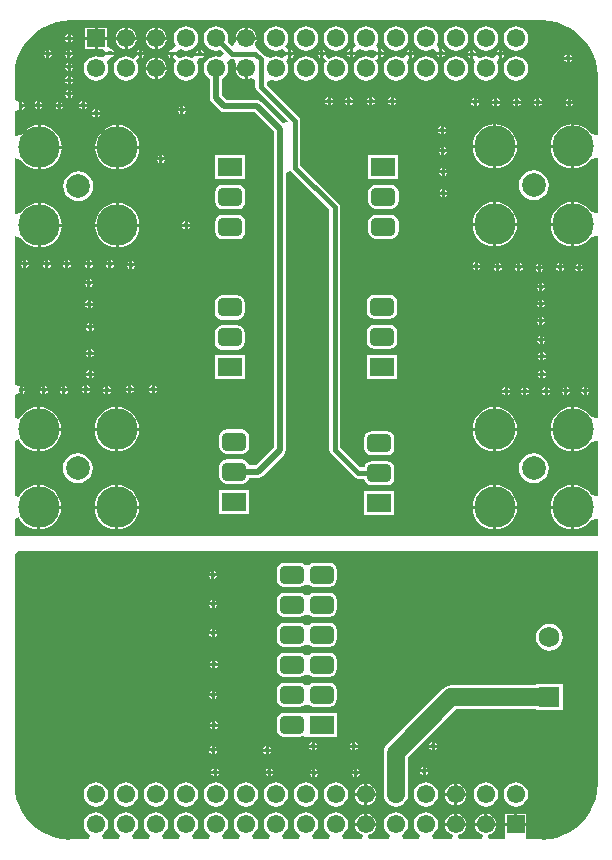
<source format=gbl>
G04 Layer_Physical_Order=2*
G04 Layer_Color=11436288*
%FSLAX25Y25*%
%MOIN*%
G70*
G01*
G75*
%ADD16C,0.02000*%
G04:AMPARAMS|DCode=17|XSize=60mil|YSize=80mil|CornerRadius=15mil|HoleSize=0mil|Usage=FLASHONLY|Rotation=90.000|XOffset=0mil|YOffset=0mil|HoleType=Round|Shape=RoundedRectangle|*
%AMROUNDEDRECTD17*
21,1,0.06000,0.05000,0,0,90.0*
21,1,0.03000,0.08000,0,0,90.0*
1,1,0.03000,0.02500,0.01500*
1,1,0.03000,0.02500,-0.01500*
1,1,0.03000,-0.02500,-0.01500*
1,1,0.03000,-0.02500,0.01500*
%
%ADD17ROUNDEDRECTD17*%
%ADD18R,0.08000X0.06000*%
%ADD19C,0.06102*%
%ADD20R,0.06102X0.06102*%
%ADD21C,0.06890*%
%ADD22R,0.06890X0.06890*%
%ADD23C,0.13780*%
%ADD24C,0.07874*%
%ADD25C,0.01772*%
%ADD26C,0.05906*%
%ADD27C,0.01500*%
G36*
X196850Y431796D02*
X354330D01*
X354331Y431796D01*
X354383Y431807D01*
X356736Y431653D01*
X359099Y431182D01*
X361382Y430408D01*
X363543Y429342D01*
X365547Y428003D01*
X367359Y426414D01*
X368948Y424602D01*
X370287Y422598D01*
X371353Y420436D01*
X372127Y418154D01*
X372598Y415791D01*
X372752Y413439D01*
X372741Y413386D01*
Y393827D01*
X372506Y393657D01*
X370666Y393917D01*
X369743Y395043D01*
X368618Y395966D01*
X367334Y396652D01*
X365941Y397075D01*
X364992Y397168D01*
Y389792D01*
Y382416D01*
X365941Y382509D01*
X367334Y382932D01*
X368618Y383618D01*
X369743Y384542D01*
X370666Y385667D01*
X372506Y385928D01*
X372741Y385757D01*
Y374016D01*
X372741Y374016D01*
Y367844D01*
X372506Y367673D01*
X370666Y367933D01*
X369743Y369058D01*
X368618Y369982D01*
X367334Y370668D01*
X365941Y371091D01*
X364992Y371184D01*
Y363808D01*
Y356432D01*
X365941Y356525D01*
X367334Y356948D01*
X368618Y357634D01*
X369743Y358557D01*
X370666Y359682D01*
X372506Y359943D01*
X372741Y359772D01*
Y299528D01*
X372506Y299357D01*
X370666Y299618D01*
X369743Y300743D01*
X368618Y301666D01*
X367334Y302352D01*
X365941Y302775D01*
X364992Y302868D01*
Y295492D01*
Y288116D01*
X365941Y288209D01*
X367334Y288632D01*
X368618Y289318D01*
X369743Y290242D01*
X370666Y291367D01*
X372506Y291627D01*
X372741Y291457D01*
Y273544D01*
X372506Y273373D01*
X370666Y273633D01*
X369743Y274759D01*
X368618Y275682D01*
X367334Y276368D01*
X365941Y276791D01*
X364992Y276884D01*
Y269508D01*
Y262132D01*
X365941Y262225D01*
X367334Y262648D01*
X368618Y263334D01*
X369743Y264257D01*
X370666Y265383D01*
X372506Y265643D01*
X372741Y265472D01*
Y259842D01*
X178440D01*
Y265744D01*
X179940Y266120D01*
X180334Y265383D01*
X181257Y264257D01*
X182383Y263334D01*
X183666Y262648D01*
X185059Y262225D01*
X186008Y262132D01*
Y269508D01*
Y276884D01*
X185059Y276791D01*
X183666Y276368D01*
X182383Y275682D01*
X181257Y274759D01*
X180334Y273633D01*
X179940Y272896D01*
X178440Y273272D01*
X178440Y291728D01*
X179940Y292104D01*
X180334Y291367D01*
X181257Y290242D01*
X182383Y289318D01*
X183666Y288632D01*
X185059Y288209D01*
X186008Y288116D01*
Y295492D01*
Y302868D01*
X185059Y302775D01*
X183666Y302352D01*
X182383Y301666D01*
X181257Y300743D01*
X180334Y299618D01*
X179940Y298881D01*
X178440Y299256D01*
Y306888D01*
X179034Y307271D01*
X179940Y307541D01*
X180159Y307395D01*
X180200Y307386D01*
Y308700D01*
Y310014D01*
X180159Y310005D01*
X179940Y309859D01*
X179034Y310129D01*
X178440Y310512D01*
Y359673D01*
X178618Y359784D01*
X180534Y359383D01*
X181457Y358257D01*
X182582Y357334D01*
X183866Y356648D01*
X185259Y356225D01*
X186208Y356132D01*
Y363508D01*
Y370884D01*
X185259Y370791D01*
X183866Y370368D01*
X182582Y369682D01*
X181457Y368759D01*
X180534Y367633D01*
X178618Y367232D01*
X178440Y367343D01*
Y374016D01*
X178440Y374016D01*
Y385657D01*
X178618Y385768D01*
X180534Y385367D01*
X181457Y384242D01*
X182582Y383318D01*
X183866Y382632D01*
X185259Y382209D01*
X186208Y382116D01*
Y389492D01*
Y396868D01*
X185259Y396775D01*
X183866Y396352D01*
X182582Y395666D01*
X181457Y394743D01*
X180534Y393618D01*
X178618Y393216D01*
X178440Y393327D01*
Y401343D01*
X178544Y401437D01*
X179940Y402008D01*
X179959Y401995D01*
X180000Y401987D01*
Y403300D01*
Y404613D01*
X179959Y404605D01*
X179940Y404592D01*
X178544Y405163D01*
X178440Y405257D01*
Y413386D01*
X178429Y413439D01*
X178584Y415791D01*
X179054Y418154D01*
X179828Y420437D01*
X180894Y422598D01*
X182233Y424602D01*
X183822Y426414D01*
X185634Y428003D01*
X187638Y429342D01*
X189800Y430408D01*
X192082Y431182D01*
X194446Y431653D01*
X196798Y431807D01*
X196850Y431796D01*
D02*
G37*
G36*
X372741Y177165D02*
X372752Y177113D01*
X372598Y174760D01*
X372127Y172397D01*
X371353Y170115D01*
X370287Y167953D01*
X368948Y165949D01*
X367359Y164137D01*
X365547Y162548D01*
X363543Y161209D01*
X361381Y160143D01*
X359099Y159369D01*
X356736Y158898D01*
X354383Y158744D01*
X354331Y158755D01*
X354331Y158755D01*
X349066D01*
X349051Y160249D01*
X349051Y160255D01*
Y163300D01*
X341949D01*
Y160255D01*
X341949Y160249D01*
X341934Y158755D01*
X336677D01*
X336346Y160000D01*
X336628Y160424D01*
X336890Y160532D01*
X337291Y160698D01*
X337840Y161119D01*
X338033Y161267D01*
X338602Y162009D01*
X338960Y162873D01*
X339016Y163300D01*
X331984D01*
X332040Y162873D01*
X332398Y162009D01*
X332967Y161267D01*
X333160Y161119D01*
X333709Y160698D01*
X334110Y160532D01*
X334372Y160424D01*
X334654Y160000D01*
X334323Y158755D01*
X326677D01*
X326346Y160000D01*
X326628Y160424D01*
X326890Y160532D01*
X327291Y160698D01*
X327840Y161119D01*
X328033Y161267D01*
X328602Y162009D01*
X328960Y162873D01*
X329016Y163300D01*
X321984D01*
X322040Y162873D01*
X322398Y162009D01*
X322967Y161267D01*
X323160Y161119D01*
X323709Y160698D01*
X324110Y160532D01*
X324372Y160424D01*
X324654Y160000D01*
X324323Y158755D01*
X317826D01*
X317527Y160255D01*
X317543Y160261D01*
X318389Y160911D01*
X319039Y161757D01*
X319447Y162742D01*
X319586Y163800D01*
X319447Y164858D01*
X319039Y165843D01*
X318389Y166689D01*
X317543Y167339D01*
X316558Y167747D01*
X315500Y167886D01*
X314442Y167747D01*
X313457Y167339D01*
X312611Y166689D01*
X311961Y165843D01*
X311553Y164858D01*
X311414Y163800D01*
X311553Y162742D01*
X311961Y161757D01*
X312611Y160911D01*
X313457Y160261D01*
X313473Y160255D01*
X313174Y158755D01*
X307826D01*
X307527Y160255D01*
X307543Y160261D01*
X308389Y160911D01*
X309039Y161757D01*
X309447Y162742D01*
X309586Y163800D01*
X309447Y164858D01*
X309039Y165843D01*
X308389Y166689D01*
X307543Y167339D01*
X306558Y167747D01*
X305500Y167886D01*
X304442Y167747D01*
X303457Y167339D01*
X302611Y166689D01*
X301961Y165843D01*
X301553Y164858D01*
X301414Y163800D01*
X301553Y162742D01*
X301961Y161757D01*
X302611Y160911D01*
X303457Y160261D01*
X303473Y160255D01*
X303174Y158755D01*
X296677D01*
X296346Y160000D01*
X296628Y160424D01*
X296890Y160532D01*
X297291Y160698D01*
X297840Y161119D01*
X298033Y161267D01*
X298602Y162009D01*
X298960Y162873D01*
X299016Y163300D01*
X291984D01*
X292040Y162873D01*
X292398Y162009D01*
X292967Y161267D01*
X293160Y161119D01*
X293709Y160698D01*
X294110Y160532D01*
X294372Y160424D01*
X294654Y160000D01*
X294323Y158755D01*
X287826D01*
X287527Y160255D01*
X287543Y160261D01*
X288389Y160911D01*
X289039Y161757D01*
X289447Y162742D01*
X289586Y163800D01*
X289447Y164858D01*
X289039Y165843D01*
X288389Y166689D01*
X287543Y167339D01*
X286558Y167747D01*
X285500Y167886D01*
X284442Y167747D01*
X283457Y167339D01*
X282611Y166689D01*
X281961Y165843D01*
X281553Y164858D01*
X281414Y163800D01*
X281553Y162742D01*
X281961Y161757D01*
X282611Y160911D01*
X283457Y160261D01*
X283473Y160255D01*
X283174Y158755D01*
X277826D01*
X277527Y160255D01*
X277543Y160261D01*
X278389Y160911D01*
X279039Y161757D01*
X279447Y162742D01*
X279586Y163800D01*
X279447Y164858D01*
X279039Y165843D01*
X278389Y166689D01*
X277543Y167339D01*
X276558Y167747D01*
X275500Y167886D01*
X274442Y167747D01*
X273457Y167339D01*
X272611Y166689D01*
X271961Y165843D01*
X271553Y164858D01*
X271414Y163800D01*
X271553Y162742D01*
X271961Y161757D01*
X272611Y160911D01*
X273457Y160261D01*
X273473Y160255D01*
X273174Y158755D01*
X267826D01*
X267527Y160255D01*
X267543Y160261D01*
X268389Y160911D01*
X269039Y161757D01*
X269447Y162742D01*
X269586Y163800D01*
X269447Y164858D01*
X269039Y165843D01*
X268389Y166689D01*
X267543Y167339D01*
X266558Y167747D01*
X265500Y167886D01*
X264442Y167747D01*
X263457Y167339D01*
X262611Y166689D01*
X261961Y165843D01*
X261553Y164858D01*
X261414Y163800D01*
X261553Y162742D01*
X261961Y161757D01*
X262611Y160911D01*
X263457Y160261D01*
X263473Y160255D01*
X263174Y158755D01*
X257826D01*
X257527Y160255D01*
X257543Y160261D01*
X258389Y160911D01*
X259039Y161757D01*
X259447Y162742D01*
X259586Y163800D01*
X259447Y164858D01*
X259039Y165843D01*
X258389Y166689D01*
X257543Y167339D01*
X256558Y167747D01*
X255500Y167886D01*
X254442Y167747D01*
X253457Y167339D01*
X252611Y166689D01*
X251961Y165843D01*
X251553Y164858D01*
X251414Y163800D01*
X251553Y162742D01*
X251961Y161757D01*
X252611Y160911D01*
X253457Y160261D01*
X253473Y160255D01*
X253174Y158755D01*
X247826D01*
X247527Y160255D01*
X247543Y160261D01*
X248389Y160911D01*
X249039Y161757D01*
X249447Y162742D01*
X249586Y163800D01*
X249447Y164858D01*
X249039Y165843D01*
X248389Y166689D01*
X247543Y167339D01*
X246558Y167747D01*
X245500Y167886D01*
X244442Y167747D01*
X243457Y167339D01*
X242611Y166689D01*
X241961Y165843D01*
X241553Y164858D01*
X241414Y163800D01*
X241553Y162742D01*
X241961Y161757D01*
X242611Y160911D01*
X243457Y160261D01*
X243473Y160255D01*
X243174Y158755D01*
X237826D01*
X237527Y160255D01*
X237543Y160261D01*
X238389Y160911D01*
X239039Y161757D01*
X239447Y162742D01*
X239586Y163800D01*
X239447Y164858D01*
X239039Y165843D01*
X238389Y166689D01*
X237543Y167339D01*
X236558Y167747D01*
X235500Y167886D01*
X234442Y167747D01*
X233457Y167339D01*
X232611Y166689D01*
X231961Y165843D01*
X231553Y164858D01*
X231414Y163800D01*
X231553Y162742D01*
X231961Y161757D01*
X232611Y160911D01*
X233457Y160261D01*
X233473Y160255D01*
X233174Y158755D01*
X227826D01*
X227527Y160255D01*
X227543Y160261D01*
X228389Y160911D01*
X229039Y161757D01*
X229447Y162742D01*
X229586Y163800D01*
X229447Y164858D01*
X229039Y165843D01*
X228389Y166689D01*
X227543Y167339D01*
X226558Y167747D01*
X225500Y167886D01*
X224442Y167747D01*
X223457Y167339D01*
X222611Y166689D01*
X221961Y165843D01*
X221553Y164858D01*
X221414Y163800D01*
X221553Y162742D01*
X221961Y161757D01*
X222611Y160911D01*
X223457Y160261D01*
X223473Y160255D01*
X223174Y158755D01*
X217826D01*
X217527Y160255D01*
X217543Y160261D01*
X218389Y160911D01*
X219039Y161757D01*
X219447Y162742D01*
X219586Y163800D01*
X219447Y164858D01*
X219039Y165843D01*
X218389Y166689D01*
X217543Y167339D01*
X216558Y167747D01*
X215500Y167886D01*
X214442Y167747D01*
X213457Y167339D01*
X212611Y166689D01*
X211961Y165843D01*
X211553Y164858D01*
X211414Y163800D01*
X211553Y162742D01*
X211961Y161757D01*
X212611Y160911D01*
X213457Y160261D01*
X213473Y160255D01*
X213174Y158755D01*
X207826D01*
X207527Y160255D01*
X207543Y160261D01*
X208389Y160911D01*
X209039Y161757D01*
X209447Y162742D01*
X209586Y163800D01*
X209447Y164858D01*
X209039Y165843D01*
X208389Y166689D01*
X207543Y167339D01*
X206558Y167747D01*
X205500Y167886D01*
X204442Y167747D01*
X203457Y167339D01*
X202611Y166689D01*
X201961Y165843D01*
X201553Y164858D01*
X201414Y163800D01*
X201553Y162742D01*
X201961Y161757D01*
X202611Y160911D01*
X203457Y160261D01*
X203473Y160255D01*
X203174Y158755D01*
X196850D01*
X196798Y158744D01*
X194446Y158898D01*
X192082Y159369D01*
X189800Y160143D01*
X187638Y161209D01*
X185634Y162548D01*
X183822Y164137D01*
X182233Y165949D01*
X180894Y167953D01*
X179828Y170115D01*
X179054Y172397D01*
X178584Y174760D01*
X178429Y177113D01*
X178440Y177165D01*
Y253839D01*
X179500Y254900D01*
X372741D01*
Y177165D01*
D02*
G37*
%LPC*%
G36*
X368200Y309613D02*
X368159Y309605D01*
X367701Y309299D01*
X367395Y308841D01*
X367387Y308800D01*
X368200D01*
Y309613D01*
D02*
G37*
G36*
X362600D02*
Y308800D01*
X363414D01*
X363405Y308841D01*
X363099Y309299D01*
X362641Y309605D01*
X362600Y309613D01*
D02*
G37*
G36*
X361600D02*
X361559Y309605D01*
X361101Y309299D01*
X360795Y308841D01*
X360787Y308800D01*
X361600D01*
Y309613D01*
D02*
G37*
G36*
X369200D02*
Y308800D01*
X370013D01*
X370005Y308841D01*
X369699Y309299D01*
X369241Y309605D01*
X369200Y309613D01*
D02*
G37*
G36*
X209700Y309813D02*
Y309000D01*
X210513D01*
X210505Y309041D01*
X210199Y309499D01*
X209741Y309805D01*
X209700Y309813D01*
D02*
G37*
G36*
X208700D02*
X208659Y309805D01*
X208201Y309499D01*
X207895Y309041D01*
X207887Y309000D01*
X208700D01*
Y309813D01*
D02*
G37*
G36*
X187600Y309913D02*
X187559Y309905D01*
X187101Y309599D01*
X186795Y309141D01*
X186786Y309100D01*
X187600D01*
Y309913D01*
D02*
G37*
G36*
X349000Y309414D02*
Y308600D01*
X349814D01*
X349805Y308641D01*
X349499Y309099D01*
X349041Y309405D01*
X349000Y309414D01*
D02*
G37*
G36*
X348000D02*
X347959Y309405D01*
X347501Y309099D01*
X347195Y308641D01*
X347186Y308600D01*
X348000D01*
Y309414D01*
D02*
G37*
G36*
X225914Y308400D02*
X225100D01*
Y307587D01*
X225141Y307595D01*
X225599Y307901D01*
X225905Y308359D01*
X225914Y308400D01*
D02*
G37*
G36*
X341800Y309513D02*
X341759Y309505D01*
X341301Y309199D01*
X340995Y308741D01*
X340986Y308700D01*
X341800D01*
Y309513D01*
D02*
G37*
G36*
X356100D02*
Y308700D01*
X356913D01*
X356905Y308741D01*
X356599Y309199D01*
X356141Y309505D01*
X356100Y309513D01*
D02*
G37*
G36*
X355100D02*
X355059Y309505D01*
X354601Y309199D01*
X354295Y308741D01*
X354287Y308700D01*
X355100D01*
Y309513D01*
D02*
G37*
G36*
X342800D02*
Y308700D01*
X343614D01*
X343605Y308741D01*
X343299Y309199D01*
X342841Y309505D01*
X342800Y309513D01*
D02*
G37*
G36*
X255200Y320100D02*
X245200D01*
Y312100D01*
X255200D01*
Y320100D01*
D02*
G37*
G36*
X225100Y310213D02*
Y309400D01*
X225914D01*
X225905Y309441D01*
X225599Y309899D01*
X225141Y310205D01*
X225100Y310213D01*
D02*
G37*
G36*
X224100D02*
X224059Y310205D01*
X223601Y309899D01*
X223295Y309441D01*
X223287Y309400D01*
X224100D01*
Y310213D01*
D02*
G37*
G36*
X305900Y320300D02*
X295900D01*
Y312300D01*
X305900D01*
Y320300D01*
D02*
G37*
G36*
X353700Y313400D02*
X352887D01*
X352895Y313359D01*
X353201Y312901D01*
X353659Y312595D01*
X353700Y312586D01*
Y313400D01*
D02*
G37*
G36*
X204913D02*
X204100D01*
Y312586D01*
X204141Y312595D01*
X204599Y312901D01*
X204905Y313359D01*
X204913Y313400D01*
D02*
G37*
G36*
X203100D02*
X202287D01*
X202295Y313359D01*
X202601Y312901D01*
X203059Y312595D01*
X203100Y312586D01*
Y313400D01*
D02*
G37*
G36*
X217300Y310114D02*
Y309300D01*
X218113D01*
X218105Y309341D01*
X217799Y309799D01*
X217341Y310105D01*
X217300Y310114D01*
D02*
G37*
G36*
X195400Y309913D02*
Y309100D01*
X196213D01*
X196205Y309141D01*
X195899Y309599D01*
X195441Y309905D01*
X195400Y309913D01*
D02*
G37*
G36*
X194400D02*
X194359Y309905D01*
X193901Y309599D01*
X193595Y309141D01*
X193587Y309100D01*
X194400D01*
Y309913D01*
D02*
G37*
G36*
X188600D02*
Y309100D01*
X189413D01*
X189405Y309141D01*
X189099Y309599D01*
X188641Y309905D01*
X188600Y309913D01*
D02*
G37*
G36*
X181200Y310014D02*
Y309200D01*
X182013D01*
X182005Y309241D01*
X181699Y309699D01*
X181241Y310005D01*
X181200Y310014D01*
D02*
G37*
G36*
X216300Y310114D02*
X216259Y310105D01*
X215801Y309799D01*
X215495Y309341D01*
X215487Y309300D01*
X216300D01*
Y310114D01*
D02*
G37*
G36*
X202700D02*
Y309300D01*
X203514D01*
X203505Y309341D01*
X203199Y309799D01*
X202741Y310105D01*
X202700Y310114D01*
D02*
G37*
G36*
X201700D02*
X201659Y310105D01*
X201201Y309799D01*
X200895Y309341D01*
X200887Y309300D01*
X201700D01*
Y310114D01*
D02*
G37*
G36*
X224100Y308400D02*
X223287D01*
X223295Y308359D01*
X223601Y307901D01*
X224059Y307595D01*
X224100Y307587D01*
Y308400D01*
D02*
G37*
G36*
X349814Y307600D02*
X349000D01*
Y306786D01*
X349041Y306795D01*
X349499Y307101D01*
X349805Y307559D01*
X349814Y307600D01*
D02*
G37*
G36*
X348000D02*
X347186D01*
X347195Y307559D01*
X347501Y307101D01*
X347959Y306795D01*
X348000Y306786D01*
Y307600D01*
D02*
G37*
G36*
X363992Y302868D02*
X363043Y302775D01*
X361650Y302352D01*
X360367Y301666D01*
X359242Y300743D01*
X358318Y299618D01*
X357632Y298334D01*
X357209Y296941D01*
X357116Y295992D01*
X363992D01*
Y302868D01*
D02*
G37*
G36*
X341800Y307700D02*
X340986D01*
X340995Y307659D01*
X341301Y307201D01*
X341759Y306895D01*
X341800Y306887D01*
Y307700D01*
D02*
G37*
G36*
X356913D02*
X356100D01*
Y306887D01*
X356141Y306895D01*
X356599Y307201D01*
X356905Y307659D01*
X356913Y307700D01*
D02*
G37*
G36*
X355100D02*
X354287D01*
X354295Y307659D01*
X354601Y307201D01*
X355059Y306895D01*
X355100Y306887D01*
Y307700D01*
D02*
G37*
G36*
X343614D02*
X342800D01*
Y306887D01*
X342841Y306895D01*
X343299Y307201D01*
X343605Y307659D01*
X343614Y307700D01*
D02*
G37*
G36*
X187008Y302868D02*
Y295992D01*
X193884D01*
X193791Y296941D01*
X193368Y298334D01*
X192682Y299618D01*
X191759Y300743D01*
X190633Y301666D01*
X189349Y302352D01*
X187957Y302775D01*
X187008Y302868D01*
D02*
G37*
G36*
X363992Y294992D02*
X357116D01*
X357209Y294043D01*
X357632Y292651D01*
X358318Y291367D01*
X359242Y290242D01*
X360367Y289318D01*
X361650Y288632D01*
X363043Y288209D01*
X363992Y288116D01*
Y294992D01*
D02*
G37*
G36*
X345884D02*
X339008D01*
Y288116D01*
X339956Y288209D01*
X341350Y288632D01*
X342633Y289318D01*
X343759Y290242D01*
X344682Y291367D01*
X345368Y292651D01*
X345791Y294043D01*
X345884Y294992D01*
D02*
G37*
G36*
X211992Y302868D02*
X211044Y302775D01*
X209650Y302352D01*
X208367Y301666D01*
X207242Y300743D01*
X206318Y299618D01*
X205632Y298334D01*
X205209Y296941D01*
X205116Y295992D01*
X211992D01*
Y302868D01*
D02*
G37*
G36*
X339008D02*
Y295992D01*
X345884D01*
X345791Y296941D01*
X345368Y298334D01*
X344682Y299618D01*
X343759Y300743D01*
X342633Y301666D01*
X341350Y302352D01*
X339956Y302775D01*
X339008Y302868D01*
D02*
G37*
G36*
X338008D02*
X337059Y302775D01*
X335666Y302352D01*
X334383Y301666D01*
X333257Y300743D01*
X332334Y299618D01*
X331648Y298334D01*
X331225Y296941D01*
X331132Y295992D01*
X338008D01*
Y302868D01*
D02*
G37*
G36*
X212992D02*
Y295992D01*
X219868D01*
X219775Y296941D01*
X219352Y298334D01*
X218666Y299618D01*
X217743Y300743D01*
X216617Y301666D01*
X215334Y302352D01*
X213941Y302775D01*
X212992Y302868D01*
D02*
G37*
G36*
X361600Y307800D02*
X360787D01*
X360795Y307759D01*
X361101Y307301D01*
X361559Y306995D01*
X361600Y306986D01*
Y307800D01*
D02*
G37*
G36*
X182013Y308200D02*
X181200D01*
Y307386D01*
X181241Y307395D01*
X181699Y307701D01*
X182005Y308159D01*
X182013Y308200D01*
D02*
G37*
G36*
X196213Y308100D02*
X195400D01*
Y307287D01*
X195441Y307295D01*
X195899Y307601D01*
X196205Y308059D01*
X196213Y308100D01*
D02*
G37*
G36*
X194400D02*
X193587D01*
X193595Y308059D01*
X193901Y307601D01*
X194359Y307295D01*
X194400Y307287D01*
Y308100D01*
D02*
G37*
G36*
X201700Y308300D02*
X200887D01*
X200895Y308259D01*
X201201Y307801D01*
X201659Y307495D01*
X201700Y307487D01*
Y308300D01*
D02*
G37*
G36*
X218113D02*
X217300D01*
Y307487D01*
X217341Y307495D01*
X217799Y307801D01*
X218105Y308259D01*
X218113Y308300D01*
D02*
G37*
G36*
X216300D02*
X215487D01*
X215495Y308259D01*
X215801Y307801D01*
X216259Y307495D01*
X216300Y307487D01*
Y308300D01*
D02*
G37*
G36*
X203514D02*
X202700D01*
Y307487D01*
X202741Y307495D01*
X203199Y307801D01*
X203505Y308259D01*
X203514Y308300D01*
D02*
G37*
G36*
X370013Y307800D02*
X369200D01*
Y306986D01*
X369241Y306995D01*
X369699Y307301D01*
X370005Y307759D01*
X370013Y307800D01*
D02*
G37*
G36*
X368200D02*
X367387D01*
X367395Y307759D01*
X367701Y307301D01*
X368159Y306995D01*
X368200Y306986D01*
Y307800D01*
D02*
G37*
G36*
X363414D02*
X362600D01*
Y306986D01*
X362641Y306995D01*
X363099Y307301D01*
X363405Y307759D01*
X363414Y307800D01*
D02*
G37*
G36*
X208700Y308000D02*
X207887D01*
X207895Y307959D01*
X208201Y307501D01*
X208659Y307195D01*
X208700Y307187D01*
Y308000D01*
D02*
G37*
G36*
X189413Y308100D02*
X188600D01*
Y307287D01*
X188641Y307295D01*
X189099Y307601D01*
X189405Y308059D01*
X189413Y308100D01*
D02*
G37*
G36*
X187600D02*
X186786D01*
X186795Y308059D01*
X187101Y307601D01*
X187559Y307295D01*
X187600Y307287D01*
Y308100D01*
D02*
G37*
G36*
X210513Y308000D02*
X209700D01*
Y307187D01*
X209741Y307195D01*
X210199Y307501D01*
X210505Y307959D01*
X210513Y308000D01*
D02*
G37*
G36*
X355514Y313400D02*
X354700D01*
Y312586D01*
X354741Y312595D01*
X355199Y312901D01*
X355505Y313359D01*
X355514Y313400D01*
D02*
G37*
G36*
X353300Y344314D02*
X353259Y344305D01*
X352801Y343999D01*
X352495Y343541D01*
X352486Y343500D01*
X353300D01*
Y344314D01*
D02*
G37*
G36*
X204514Y343800D02*
X203700D01*
Y342986D01*
X203741Y342995D01*
X204199Y343301D01*
X204505Y343759D01*
X204514Y343800D01*
D02*
G37*
G36*
X202700D02*
X201887D01*
X201895Y343759D01*
X202201Y343301D01*
X202659Y342995D01*
X202700Y342986D01*
Y343800D01*
D02*
G37*
G36*
X354300Y344314D02*
Y343500D01*
X355114D01*
X355105Y343541D01*
X354799Y343999D01*
X354341Y344305D01*
X354300Y344314D01*
D02*
G37*
G36*
X352900Y348800D02*
X352086D01*
X352095Y348759D01*
X352401Y348301D01*
X352859Y347995D01*
X352900Y347987D01*
Y348800D01*
D02*
G37*
G36*
X203700Y345614D02*
Y344800D01*
X204514D01*
X204505Y344841D01*
X204199Y345299D01*
X203741Y345605D01*
X203700Y345614D01*
D02*
G37*
G36*
X202700D02*
X202659Y345605D01*
X202201Y345299D01*
X201895Y344841D01*
X201887Y344800D01*
X202700D01*
Y345614D01*
D02*
G37*
G36*
X355114Y342500D02*
X354300D01*
Y341687D01*
X354341Y341695D01*
X354799Y342001D01*
X355105Y342459D01*
X355114Y342500D01*
D02*
G37*
G36*
X202800Y338513D02*
X202759Y338505D01*
X202301Y338199D01*
X201995Y337741D01*
X201987Y337700D01*
X202800D01*
Y338513D01*
D02*
G37*
G36*
X355114Y336900D02*
X354300D01*
Y336087D01*
X354341Y336095D01*
X354799Y336401D01*
X355105Y336859D01*
X355114Y336900D01*
D02*
G37*
G36*
X353300D02*
X352486D01*
X352495Y336859D01*
X352801Y336401D01*
X353259Y336095D01*
X353300Y336087D01*
Y336900D01*
D02*
G37*
G36*
X203800Y338513D02*
Y337700D01*
X204613D01*
X204605Y337741D01*
X204299Y338199D01*
X203841Y338505D01*
X203800Y338513D01*
D02*
G37*
G36*
X353300Y342500D02*
X352486D01*
X352495Y342459D01*
X352801Y342001D01*
X353259Y341695D01*
X353300Y341687D01*
Y342500D01*
D02*
G37*
G36*
X354300Y338714D02*
Y337900D01*
X355114D01*
X355105Y337941D01*
X354799Y338399D01*
X354341Y338705D01*
X354300Y338714D01*
D02*
G37*
G36*
X353300D02*
X353259Y338705D01*
X352801Y338399D01*
X352495Y337941D01*
X352486Y337900D01*
X353300D01*
Y338714D01*
D02*
G37*
G36*
X333714Y349400D02*
X332900D01*
Y348587D01*
X332941Y348595D01*
X333399Y348901D01*
X333705Y349359D01*
X333714Y349400D01*
D02*
G37*
G36*
X331900D02*
X331086D01*
X331095Y349359D01*
X331401Y348901D01*
X331859Y348595D01*
X331900Y348587D01*
Y349400D01*
D02*
G37*
G36*
X361613Y349100D02*
X360800D01*
Y348287D01*
X360841Y348295D01*
X361299Y348601D01*
X361605Y349059D01*
X361613Y349100D01*
D02*
G37*
G36*
X216700Y349800D02*
X215886D01*
X215895Y349759D01*
X216201Y349301D01*
X216659Y348995D01*
X216700Y348987D01*
Y349800D01*
D02*
G37*
G36*
X190514Y350100D02*
X189700D01*
Y349287D01*
X189741Y349295D01*
X190199Y349601D01*
X190505Y350059D01*
X190514Y350100D01*
D02*
G37*
G36*
X188700D02*
X187887D01*
X187895Y350059D01*
X188201Y349601D01*
X188659Y349295D01*
X188700Y349287D01*
Y350100D01*
D02*
G37*
G36*
X218513Y349800D02*
X217700D01*
Y348987D01*
X217741Y348995D01*
X218199Y349301D01*
X218505Y349759D01*
X218513Y349800D01*
D02*
G37*
G36*
X359800Y349100D02*
X358986D01*
X358995Y349059D01*
X359301Y348601D01*
X359759Y348295D01*
X359800Y348287D01*
Y349100D01*
D02*
G37*
G36*
X367914Y348900D02*
X367100D01*
Y348087D01*
X367141Y348095D01*
X367599Y348401D01*
X367905Y348859D01*
X367914Y348900D01*
D02*
G37*
G36*
X366100D02*
X365286D01*
X365295Y348859D01*
X365601Y348401D01*
X366059Y348095D01*
X366100Y348087D01*
Y348900D01*
D02*
G37*
G36*
X354714Y348800D02*
X353900D01*
Y347987D01*
X353941Y347995D01*
X354399Y348301D01*
X354705Y348759D01*
X354714Y348800D01*
D02*
G37*
G36*
X339000Y349100D02*
X338187D01*
X338195Y349059D01*
X338501Y348601D01*
X338959Y348295D01*
X339000Y348287D01*
Y349100D01*
D02*
G37*
G36*
X347814D02*
X347000D01*
Y348287D01*
X347041Y348295D01*
X347499Y348601D01*
X347805Y349059D01*
X347814Y349100D01*
D02*
G37*
G36*
X346000D02*
X345186D01*
X345195Y349059D01*
X345501Y348601D01*
X345959Y348295D01*
X346000Y348287D01*
Y349100D01*
D02*
G37*
G36*
X340813D02*
X340000D01*
Y348287D01*
X340041Y348295D01*
X340499Y348601D01*
X340805Y349059D01*
X340813Y349100D01*
D02*
G37*
G36*
X203000Y322113D02*
X202959Y322105D01*
X202501Y321799D01*
X202195Y321341D01*
X202186Y321300D01*
X203000D01*
Y322113D01*
D02*
G37*
G36*
X354600Y321113D02*
Y320300D01*
X355414D01*
X355405Y320341D01*
X355099Y320799D01*
X354641Y321105D01*
X354600Y321113D01*
D02*
G37*
G36*
X353600D02*
X353559Y321105D01*
X353101Y320799D01*
X352795Y320341D01*
X352786Y320300D01*
X353600D01*
Y321113D01*
D02*
G37*
G36*
X204000Y322113D02*
Y321300D01*
X204814D01*
X204805Y321341D01*
X204499Y321799D01*
X204041Y322105D01*
X204000Y322113D01*
D02*
G37*
G36*
X353500Y324800D02*
X352687D01*
X352695Y324759D01*
X353001Y324301D01*
X353459Y323995D01*
X353500Y323987D01*
Y324800D01*
D02*
G37*
G36*
X303400Y330349D02*
X298400D01*
X297425Y330155D01*
X296598Y329602D01*
X296045Y328776D01*
X295851Y327800D01*
Y324800D01*
X296045Y323825D01*
X296598Y322998D01*
X297425Y322445D01*
X298400Y322251D01*
X303400D01*
X304376Y322445D01*
X305202Y322998D01*
X305755Y323825D01*
X305949Y324800D01*
Y327800D01*
X305755Y328776D01*
X305202Y329602D01*
X304376Y330155D01*
X303400Y330349D01*
D02*
G37*
G36*
X252700Y330149D02*
X247700D01*
X246725Y329955D01*
X245898Y329402D01*
X245345Y328575D01*
X245151Y327600D01*
Y324600D01*
X245345Y323624D01*
X245898Y322798D01*
X246725Y322245D01*
X247700Y322051D01*
X252700D01*
X253676Y322245D01*
X254502Y322798D01*
X255055Y323624D01*
X255249Y324600D01*
Y327600D01*
X255055Y328575D01*
X254502Y329402D01*
X253676Y329955D01*
X252700Y330149D01*
D02*
G37*
G36*
X204814Y320300D02*
X204000D01*
Y319486D01*
X204041Y319495D01*
X204499Y319801D01*
X204805Y320259D01*
X204814Y320300D01*
D02*
G37*
G36*
X353700Y315213D02*
X353659Y315205D01*
X353201Y314899D01*
X352895Y314441D01*
X352887Y314400D01*
X353700D01*
Y315213D01*
D02*
G37*
G36*
X204100D02*
Y314400D01*
X204913D01*
X204905Y314441D01*
X204599Y314899D01*
X204141Y315205D01*
X204100Y315213D01*
D02*
G37*
G36*
X203100D02*
X203059Y315205D01*
X202601Y314899D01*
X202295Y314441D01*
X202287Y314400D01*
X203100D01*
Y315213D01*
D02*
G37*
G36*
X354700D02*
Y314400D01*
X355514D01*
X355505Y314441D01*
X355199Y314899D01*
X354741Y315205D01*
X354700Y315213D01*
D02*
G37*
G36*
X203000Y320300D02*
X202186D01*
X202195Y320259D01*
X202501Y319801D01*
X202959Y319495D01*
X203000Y319486D01*
Y320300D01*
D02*
G37*
G36*
X355414Y319300D02*
X354600D01*
Y318486D01*
X354641Y318495D01*
X355099Y318801D01*
X355405Y319259D01*
X355414Y319300D01*
D02*
G37*
G36*
X353600D02*
X352786D01*
X352795Y319259D01*
X353101Y318801D01*
X353559Y318495D01*
X353600Y318486D01*
Y319300D01*
D02*
G37*
G36*
X353300Y333014D02*
X353259Y333005D01*
X352801Y332699D01*
X352495Y332241D01*
X352486Y332200D01*
X353300D01*
Y333014D01*
D02*
G37*
G36*
X252700Y340149D02*
X247700D01*
X246725Y339955D01*
X245898Y339402D01*
X245345Y338576D01*
X245151Y337600D01*
Y334600D01*
X245345Y333625D01*
X245898Y332798D01*
X246725Y332245D01*
X247700Y332051D01*
X252700D01*
X253676Y332245D01*
X254502Y332798D01*
X255055Y333625D01*
X255249Y334600D01*
Y337600D01*
X255055Y338576D01*
X254502Y339402D01*
X253676Y339955D01*
X252700Y340149D01*
D02*
G37*
G36*
X355114Y331200D02*
X354300D01*
Y330386D01*
X354341Y330395D01*
X354799Y330701D01*
X355105Y331159D01*
X355114Y331200D01*
D02*
G37*
G36*
X354300Y333014D02*
Y332200D01*
X355114D01*
X355105Y332241D01*
X354799Y332699D01*
X354341Y333005D01*
X354300Y333014D01*
D02*
G37*
G36*
X204613Y336700D02*
X203800D01*
Y335887D01*
X203841Y335895D01*
X204299Y336201D01*
X204605Y336659D01*
X204613Y336700D01*
D02*
G37*
G36*
X202800D02*
X201987D01*
X201995Y336659D01*
X202301Y336201D01*
X202759Y335895D01*
X202800Y335887D01*
Y336700D01*
D02*
G37*
G36*
X303400Y340349D02*
X298400D01*
X297425Y340155D01*
X296598Y339602D01*
X296045Y338775D01*
X295851Y337800D01*
Y334800D01*
X296045Y333824D01*
X296598Y332998D01*
X297425Y332445D01*
X298400Y332251D01*
X303400D01*
X304376Y332445D01*
X305202Y332998D01*
X305755Y333824D01*
X305949Y334800D01*
Y337800D01*
X305755Y338775D01*
X305202Y339602D01*
X304376Y340155D01*
X303400Y340349D01*
D02*
G37*
G36*
X353300Y331200D02*
X352486D01*
X352495Y331159D01*
X352801Y330701D01*
X353259Y330395D01*
X353300Y330386D01*
Y331200D01*
D02*
G37*
G36*
X354500Y326613D02*
Y325800D01*
X355313D01*
X355305Y325841D01*
X354999Y326299D01*
X354541Y326605D01*
X354500Y326613D01*
D02*
G37*
G36*
X353500D02*
X353459Y326605D01*
X353001Y326299D01*
X352695Y325841D01*
X352687Y325800D01*
X353500D01*
Y326613D01*
D02*
G37*
G36*
X355313Y324800D02*
X354500D01*
Y323987D01*
X354541Y323995D01*
X354999Y324301D01*
X355305Y324759D01*
X355313Y324800D01*
D02*
G37*
G36*
X203100Y329100D02*
X202287D01*
X202295Y329059D01*
X202601Y328601D01*
X203059Y328295D01*
X203100Y328287D01*
Y329100D01*
D02*
G37*
G36*
X204100Y330913D02*
Y330100D01*
X204913D01*
X204905Y330141D01*
X204599Y330599D01*
X204141Y330905D01*
X204100Y330913D01*
D02*
G37*
G36*
X203100D02*
X203059Y330905D01*
X202601Y330599D01*
X202295Y330141D01*
X202287Y330100D01*
X203100D01*
Y330913D01*
D02*
G37*
G36*
X204913Y329100D02*
X204100D01*
Y328287D01*
X204141Y328295D01*
X204599Y328601D01*
X204905Y329059D01*
X204913Y329100D01*
D02*
G37*
G36*
X338008Y294992D02*
X331132D01*
X331225Y294043D01*
X331648Y292651D01*
X332334Y291367D01*
X333257Y290242D01*
X334383Y289318D01*
X335666Y288632D01*
X337059Y288209D01*
X338008Y288116D01*
Y294992D01*
D02*
G37*
G36*
X291600Y182314D02*
X291559Y182305D01*
X291101Y181999D01*
X290795Y181541D01*
X290787Y181500D01*
X291600D01*
Y182314D01*
D02*
G37*
G36*
X278700D02*
Y181500D01*
X279514D01*
X279505Y181541D01*
X279199Y181999D01*
X278741Y182305D01*
X278700Y182314D01*
D02*
G37*
G36*
X277700D02*
X277659Y182305D01*
X277201Y181999D01*
X276895Y181541D01*
X276887Y181500D01*
X277700D01*
Y182314D01*
D02*
G37*
G36*
X292600D02*
Y181500D01*
X293413D01*
X293405Y181541D01*
X293099Y181999D01*
X292641Y182305D01*
X292600Y182314D01*
D02*
G37*
G36*
X262900Y182413D02*
X262859Y182405D01*
X262401Y182099D01*
X262095Y181641D01*
X262087Y181600D01*
X262900D01*
Y182413D01*
D02*
G37*
G36*
X245800D02*
Y181600D01*
X246614D01*
X246605Y181641D01*
X246299Y182099D01*
X245841Y182405D01*
X245800Y182413D01*
D02*
G37*
G36*
X244800D02*
X244759Y182405D01*
X244301Y182099D01*
X243995Y181641D01*
X243987Y181600D01*
X244800D01*
Y182413D01*
D02*
G37*
G36*
X316314Y181100D02*
X315500D01*
Y180287D01*
X315541Y180295D01*
X315999Y180601D01*
X316305Y181059D01*
X316314Y181100D01*
D02*
G37*
G36*
X244800Y180600D02*
X243987D01*
X243995Y180559D01*
X244301Y180101D01*
X244759Y179795D01*
X244800Y179787D01*
Y180600D01*
D02*
G37*
G36*
X293413Y180500D02*
X292600D01*
Y179686D01*
X292641Y179695D01*
X293099Y180001D01*
X293405Y180459D01*
X293413Y180500D01*
D02*
G37*
G36*
X291600D02*
X290787D01*
X290795Y180459D01*
X291101Y180001D01*
X291559Y179695D01*
X291600Y179686D01*
Y180500D01*
D02*
G37*
G36*
X246614Y180600D02*
X245800D01*
Y179787D01*
X245841Y179795D01*
X246299Y180101D01*
X246605Y180559D01*
X246614Y180600D01*
D02*
G37*
G36*
X314500Y181100D02*
X313686D01*
X313695Y181059D01*
X314001Y180601D01*
X314459Y180295D01*
X314500Y180287D01*
Y181100D01*
D02*
G37*
G36*
X264714Y180600D02*
X263900D01*
Y179787D01*
X263941Y179795D01*
X264399Y180101D01*
X264705Y180559D01*
X264714Y180600D01*
D02*
G37*
G36*
X262900D02*
X262087D01*
X262095Y180559D01*
X262401Y180101D01*
X262859Y179795D01*
X262900Y179787D01*
Y180600D01*
D02*
G37*
G36*
X292813Y189400D02*
X292000D01*
Y188586D01*
X292041Y188595D01*
X292499Y188901D01*
X292805Y189359D01*
X292813Y189400D01*
D02*
G37*
G36*
X291000D02*
X290187D01*
X290195Y189359D01*
X290501Y188901D01*
X290959Y188595D01*
X291000Y188586D01*
Y189400D01*
D02*
G37*
G36*
X279313D02*
X278500D01*
Y188586D01*
X278541Y188595D01*
X278999Y188901D01*
X279305Y189359D01*
X279313Y189400D01*
D02*
G37*
G36*
X317500D02*
X316687D01*
X316695Y189359D01*
X317001Y188901D01*
X317459Y188595D01*
X317500Y188586D01*
Y189400D01*
D02*
G37*
G36*
X263100Y189813D02*
Y189000D01*
X263913D01*
X263905Y189041D01*
X263599Y189499D01*
X263141Y189805D01*
X263100Y189813D01*
D02*
G37*
G36*
X262100D02*
X262059Y189805D01*
X261601Y189499D01*
X261295Y189041D01*
X261286Y189000D01*
X262100D01*
Y189813D01*
D02*
G37*
G36*
X319314Y189400D02*
X318500D01*
Y188586D01*
X318541Y188595D01*
X318999Y188901D01*
X319305Y189359D01*
X319314Y189400D01*
D02*
G37*
G36*
X277500D02*
X276687D01*
X276695Y189359D01*
X277001Y188901D01*
X277459Y188595D01*
X277500Y188586D01*
Y189400D01*
D02*
G37*
G36*
X315500Y182913D02*
Y182100D01*
X316314D01*
X316305Y182141D01*
X315999Y182599D01*
X315541Y182905D01*
X315500Y182913D01*
D02*
G37*
G36*
X314500D02*
X314459Y182905D01*
X314001Y182599D01*
X313695Y182141D01*
X313686Y182100D01*
X314500D01*
Y182913D01*
D02*
G37*
G36*
X263900Y182413D02*
Y181600D01*
X264714D01*
X264705Y181641D01*
X264399Y182099D01*
X263941Y182405D01*
X263900Y182413D01*
D02*
G37*
G36*
X262100Y188000D02*
X261286D01*
X261295Y187959D01*
X261601Y187501D01*
X262059Y187195D01*
X262100Y187187D01*
Y188000D01*
D02*
G37*
G36*
X246013Y188100D02*
X245200D01*
Y187286D01*
X245241Y187295D01*
X245699Y187601D01*
X246005Y188059D01*
X246013Y188100D01*
D02*
G37*
G36*
X244200D02*
X243387D01*
X243395Y188059D01*
X243701Y187601D01*
X244159Y187295D01*
X244200Y187286D01*
Y188100D01*
D02*
G37*
G36*
X263913Y188000D02*
X263100D01*
Y187187D01*
X263141Y187195D01*
X263599Y187501D01*
X263905Y187959D01*
X263913Y188000D01*
D02*
G37*
G36*
X225500Y177886D02*
X224442Y177747D01*
X223457Y177339D01*
X222611Y176689D01*
X221961Y175843D01*
X221553Y174858D01*
X221414Y173800D01*
X221553Y172742D01*
X221961Y171757D01*
X222611Y170911D01*
X223457Y170261D01*
X224442Y169853D01*
X225500Y169714D01*
X226558Y169853D01*
X227543Y170261D01*
X228389Y170911D01*
X229039Y171757D01*
X229447Y172742D01*
X229586Y173800D01*
X229447Y174858D01*
X229039Y175843D01*
X228389Y176689D01*
X227543Y177339D01*
X226558Y177747D01*
X225500Y177886D01*
D02*
G37*
G36*
X215500D02*
X214442Y177747D01*
X213457Y177339D01*
X212611Y176689D01*
X211961Y175843D01*
X211553Y174858D01*
X211414Y173800D01*
X211553Y172742D01*
X211961Y171757D01*
X212611Y170911D01*
X213457Y170261D01*
X214442Y169853D01*
X215500Y169714D01*
X216558Y169853D01*
X217543Y170261D01*
X218389Y170911D01*
X219039Y171757D01*
X219447Y172742D01*
X219586Y173800D01*
X219447Y174858D01*
X219039Y175843D01*
X218389Y176689D01*
X217543Y177339D01*
X216558Y177747D01*
X215500Y177886D01*
D02*
G37*
G36*
X205500D02*
X204442Y177747D01*
X203457Y177339D01*
X202611Y176689D01*
X201961Y175843D01*
X201553Y174858D01*
X201414Y173800D01*
X201553Y172742D01*
X201961Y171757D01*
X202611Y170911D01*
X203457Y170261D01*
X204442Y169853D01*
X205500Y169714D01*
X206558Y169853D01*
X207543Y170261D01*
X208389Y170911D01*
X209039Y171757D01*
X209447Y172742D01*
X209586Y173800D01*
X209447Y174858D01*
X209039Y175843D01*
X208389Y176689D01*
X207543Y177339D01*
X206558Y177747D01*
X205500Y177886D01*
D02*
G37*
G36*
X235500D02*
X234442Y177747D01*
X233457Y177339D01*
X232611Y176689D01*
X231961Y175843D01*
X231553Y174858D01*
X231414Y173800D01*
X231553Y172742D01*
X231961Y171757D01*
X232611Y170911D01*
X233457Y170261D01*
X234442Y169853D01*
X235500Y169714D01*
X236558Y169853D01*
X237543Y170261D01*
X238389Y170911D01*
X239039Y171757D01*
X239447Y172742D01*
X239586Y173800D01*
X239447Y174858D01*
X239039Y175843D01*
X238389Y176689D01*
X237543Y177339D01*
X236558Y177747D01*
X235500Y177886D01*
D02*
G37*
G36*
X265500D02*
X264442Y177747D01*
X263457Y177339D01*
X262611Y176689D01*
X261961Y175843D01*
X261553Y174858D01*
X261414Y173800D01*
X261553Y172742D01*
X261961Y171757D01*
X262611Y170911D01*
X263457Y170261D01*
X264442Y169853D01*
X265500Y169714D01*
X266558Y169853D01*
X267543Y170261D01*
X268389Y170911D01*
X269039Y171757D01*
X269447Y172742D01*
X269586Y173800D01*
X269447Y174858D01*
X269039Y175843D01*
X268389Y176689D01*
X267543Y177339D01*
X266558Y177747D01*
X265500Y177886D01*
D02*
G37*
G36*
X255500D02*
X254442Y177747D01*
X253457Y177339D01*
X252611Y176689D01*
X251961Y175843D01*
X251553Y174858D01*
X251414Y173800D01*
X251553Y172742D01*
X251961Y171757D01*
X252611Y170911D01*
X253457Y170261D01*
X254442Y169853D01*
X255500Y169714D01*
X256558Y169853D01*
X257543Y170261D01*
X258389Y170911D01*
X259039Y171757D01*
X259447Y172742D01*
X259586Y173800D01*
X259447Y174858D01*
X259039Y175843D01*
X258389Y176689D01*
X257543Y177339D01*
X256558Y177747D01*
X255500Y177886D01*
D02*
G37*
G36*
X245500D02*
X244442Y177747D01*
X243457Y177339D01*
X242611Y176689D01*
X241961Y175843D01*
X241553Y174858D01*
X241414Y173800D01*
X241553Y172742D01*
X241961Y171757D01*
X242611Y170911D01*
X243457Y170261D01*
X244442Y169853D01*
X245500Y169714D01*
X246558Y169853D01*
X247543Y170261D01*
X248389Y170911D01*
X249039Y171757D01*
X249447Y172742D01*
X249586Y173800D01*
X249447Y174858D01*
X249039Y175843D01*
X248389Y176689D01*
X247543Y177339D01*
X246558Y177747D01*
X245500Y177886D01*
D02*
G37*
G36*
X349051Y167351D02*
X346000D01*
Y164300D01*
X349051D01*
Y167351D01*
D02*
G37*
G36*
X325000Y167316D02*
X324573Y167260D01*
X323709Y166902D01*
X322967Y166333D01*
X322398Y165591D01*
X322040Y164727D01*
X321984Y164300D01*
X325000D01*
Y167316D01*
D02*
G37*
G36*
X296000D02*
Y164300D01*
X299016D01*
X298960Y164727D01*
X298602Y165591D01*
X298033Y166333D01*
X297291Y166902D01*
X296427Y167260D01*
X296000Y167316D01*
D02*
G37*
G36*
X295000D02*
X294573Y167260D01*
X293709Y166902D01*
X292967Y166333D01*
X292398Y165591D01*
X292040Y164727D01*
X291984Y164300D01*
X295000D01*
Y167316D01*
D02*
G37*
G36*
X326000D02*
Y164300D01*
X329016D01*
X328960Y164727D01*
X328602Y165591D01*
X328033Y166333D01*
X327291Y166902D01*
X326427Y167260D01*
X326000Y167316D01*
D02*
G37*
G36*
X345000Y167351D02*
X341949D01*
Y164300D01*
X345000D01*
Y167351D01*
D02*
G37*
G36*
X336000Y167316D02*
Y164300D01*
X339016D01*
X338960Y164727D01*
X338602Y165591D01*
X338033Y166333D01*
X337291Y166902D01*
X336427Y167260D01*
X336000Y167316D01*
D02*
G37*
G36*
X335000D02*
X334573Y167260D01*
X333709Y166902D01*
X332967Y166333D01*
X332398Y165591D01*
X332040Y164727D01*
X331984Y164300D01*
X335000D01*
Y167316D01*
D02*
G37*
G36*
X296000Y177316D02*
Y174300D01*
X299016D01*
X298960Y174727D01*
X298602Y175591D01*
X298033Y176333D01*
X297291Y176902D01*
X296427Y177260D01*
X296000Y177316D01*
D02*
G37*
G36*
X295000D02*
X294573Y177260D01*
X293709Y176902D01*
X292967Y176333D01*
X292398Y175591D01*
X292040Y174727D01*
X291984Y174300D01*
X295000D01*
Y177316D01*
D02*
G37*
G36*
X329016Y173300D02*
X326000D01*
Y170284D01*
X326427Y170340D01*
X327291Y170698D01*
X328033Y171267D01*
X328602Y172009D01*
X328960Y172873D01*
X329016Y173300D01*
D02*
G37*
G36*
X325000Y177316D02*
X324573Y177260D01*
X323709Y176902D01*
X322967Y176333D01*
X322398Y175591D01*
X322040Y174727D01*
X321984Y174300D01*
X325000D01*
Y177316D01*
D02*
G37*
G36*
X279514Y180500D02*
X278700D01*
Y179686D01*
X278741Y179695D01*
X279199Y180001D01*
X279505Y180459D01*
X279514Y180500D01*
D02*
G37*
G36*
X277700D02*
X276887D01*
X276895Y180459D01*
X277201Y180001D01*
X277659Y179695D01*
X277700Y179686D01*
Y180500D01*
D02*
G37*
G36*
X326000Y177316D02*
Y174300D01*
X329016D01*
X328960Y174727D01*
X328602Y175591D01*
X328033Y176333D01*
X327291Y176902D01*
X326427Y177260D01*
X326000Y177316D01*
D02*
G37*
G36*
X325000Y173300D02*
X321984D01*
X322040Y172873D01*
X322398Y172009D01*
X322967Y171267D01*
X323709Y170698D01*
X324573Y170340D01*
X325000Y170284D01*
Y173300D01*
D02*
G37*
G36*
X315500Y177886D02*
X314442Y177747D01*
X313457Y177339D01*
X312611Y176689D01*
X311961Y175843D01*
X311553Y174858D01*
X311414Y173800D01*
X311553Y172742D01*
X311961Y171757D01*
X312611Y170911D01*
X313457Y170261D01*
X314442Y169853D01*
X315500Y169714D01*
X316558Y169853D01*
X317543Y170261D01*
X318389Y170911D01*
X319039Y171757D01*
X319447Y172742D01*
X319586Y173800D01*
X319447Y174858D01*
X319039Y175843D01*
X318389Y176689D01*
X317543Y177339D01*
X316558Y177747D01*
X315500Y177886D01*
D02*
G37*
G36*
X285500D02*
X284442Y177747D01*
X283457Y177339D01*
X282611Y176689D01*
X281961Y175843D01*
X281553Y174858D01*
X281414Y173800D01*
X281553Y172742D01*
X281961Y171757D01*
X282611Y170911D01*
X283457Y170261D01*
X284442Y169853D01*
X285500Y169714D01*
X286558Y169853D01*
X287543Y170261D01*
X288389Y170911D01*
X289039Y171757D01*
X289447Y172742D01*
X289586Y173800D01*
X289447Y174858D01*
X289039Y175843D01*
X288389Y176689D01*
X287543Y177339D01*
X286558Y177747D01*
X285500Y177886D01*
D02*
G37*
G36*
X275500D02*
X274442Y177747D01*
X273457Y177339D01*
X272611Y176689D01*
X271961Y175843D01*
X271553Y174858D01*
X271414Y173800D01*
X271553Y172742D01*
X271961Y171757D01*
X272611Y170911D01*
X273457Y170261D01*
X274442Y169853D01*
X275500Y169714D01*
X276558Y169853D01*
X277543Y170261D01*
X278389Y170911D01*
X279039Y171757D01*
X279447Y172742D01*
X279586Y173800D01*
X279447Y174858D01*
X279039Y175843D01*
X278389Y176689D01*
X277543Y177339D01*
X276558Y177747D01*
X275500Y177886D01*
D02*
G37*
G36*
X335500D02*
X334442Y177747D01*
X333457Y177339D01*
X332611Y176689D01*
X331961Y175843D01*
X331553Y174858D01*
X331414Y173800D01*
X331553Y172742D01*
X331961Y171757D01*
X332611Y170911D01*
X333457Y170261D01*
X334442Y169853D01*
X335500Y169714D01*
X336558Y169853D01*
X337543Y170261D01*
X338389Y170911D01*
X339039Y171757D01*
X339447Y172742D01*
X339586Y173800D01*
X339447Y174858D01*
X339039Y175843D01*
X338389Y176689D01*
X337543Y177339D01*
X336558Y177747D01*
X335500Y177886D01*
D02*
G37*
G36*
X299016Y173300D02*
X296000D01*
Y170284D01*
X296427Y170340D01*
X297291Y170698D01*
X298033Y171267D01*
X298602Y172009D01*
X298960Y172873D01*
X299016Y173300D01*
D02*
G37*
G36*
X295000D02*
X291984D01*
X292040Y172873D01*
X292398Y172009D01*
X292967Y171267D01*
X293709Y170698D01*
X294573Y170340D01*
X295000Y170284D01*
Y173300D01*
D02*
G37*
G36*
X345500Y177886D02*
X344442Y177747D01*
X343457Y177339D01*
X342611Y176689D01*
X341961Y175843D01*
X341553Y174858D01*
X341414Y173800D01*
X341553Y172742D01*
X341961Y171757D01*
X342611Y170911D01*
X343457Y170261D01*
X344442Y169853D01*
X345500Y169714D01*
X346558Y169853D01*
X347543Y170261D01*
X348389Y170911D01*
X349039Y171757D01*
X349447Y172742D01*
X349586Y173800D01*
X349447Y174858D01*
X349039Y175843D01*
X348389Y176689D01*
X347543Y177339D01*
X346558Y177747D01*
X345500Y177886D01*
D02*
G37*
G36*
X244200Y189913D02*
X244159Y189905D01*
X243701Y189599D01*
X243395Y189141D01*
X243387Y189100D01*
X244200D01*
Y189913D01*
D02*
G37*
G36*
X211992Y269008D02*
X205116D01*
X205209Y268059D01*
X205632Y266666D01*
X206318Y265383D01*
X207242Y264257D01*
X208367Y263334D01*
X209650Y262648D01*
X211044Y262225D01*
X211992Y262132D01*
Y269008D01*
D02*
G37*
G36*
X193884D02*
X187008D01*
Y262132D01*
X187957Y262225D01*
X189349Y262648D01*
X190633Y263334D01*
X191759Y264257D01*
X192682Y265383D01*
X193368Y266666D01*
X193791Y268059D01*
X193884Y269008D01*
D02*
G37*
G36*
X283300Y251049D02*
X278300D01*
X277325Y250855D01*
X276498Y250302D01*
X275102D01*
X274275Y250855D01*
X273300Y251049D01*
X268300D01*
X267324Y250855D01*
X266498Y250302D01*
X265945Y249476D01*
X265751Y248500D01*
Y245500D01*
X265945Y244525D01*
X266498Y243698D01*
X267324Y243145D01*
X268300Y242951D01*
X273300D01*
X274275Y243145D01*
X275102Y243698D01*
X276498D01*
X277325Y243145D01*
X278300Y242951D01*
X283300D01*
X284276Y243145D01*
X285102Y243698D01*
X285655Y244525D01*
X285849Y245500D01*
Y248500D01*
X285655Y249476D01*
X285102Y250302D01*
X284276Y250855D01*
X283300Y251049D01*
D02*
G37*
G36*
X219868Y269008D02*
X212992D01*
Y262132D01*
X213941Y262225D01*
X215334Y262648D01*
X216617Y263334D01*
X217743Y264257D01*
X218666Y265383D01*
X219352Y266666D01*
X219775Y268059D01*
X219868Y269008D01*
D02*
G37*
G36*
X363992D02*
X357116D01*
X357209Y268059D01*
X357632Y266666D01*
X358318Y265383D01*
X359242Y264257D01*
X360367Y263334D01*
X361650Y262648D01*
X363043Y262225D01*
X363992Y262132D01*
Y269008D01*
D02*
G37*
G36*
X345884D02*
X339008D01*
Y262132D01*
X339956Y262225D01*
X341350Y262648D01*
X342633Y263334D01*
X343759Y264257D01*
X344682Y265383D01*
X345368Y266666D01*
X345791Y268059D01*
X345884Y269008D01*
D02*
G37*
G36*
X338008D02*
X331132D01*
X331225Y268059D01*
X331648Y266666D01*
X332334Y265383D01*
X333257Y264257D01*
X334383Y263334D01*
X335666Y262648D01*
X337059Y262225D01*
X338008Y262132D01*
Y269008D01*
D02*
G37*
G36*
X245000Y248313D02*
Y247500D01*
X245813D01*
X245805Y247541D01*
X245499Y247999D01*
X245041Y248305D01*
X245000Y248313D01*
D02*
G37*
G36*
X245100Y238614D02*
Y237800D01*
X245914D01*
X245905Y237841D01*
X245599Y238299D01*
X245141Y238605D01*
X245100Y238614D01*
D02*
G37*
G36*
X244100D02*
X244059Y238605D01*
X243601Y238299D01*
X243295Y237841D01*
X243286Y237800D01*
X244100D01*
Y238614D01*
D02*
G37*
G36*
X245914Y236800D02*
X245100D01*
Y235986D01*
X245141Y235995D01*
X245599Y236301D01*
X245905Y236759D01*
X245914Y236800D01*
D02*
G37*
G36*
X283300Y241049D02*
X278300D01*
X277325Y240855D01*
X276498Y240302D01*
X275102D01*
X274275Y240855D01*
X273300Y241049D01*
X268300D01*
X267324Y240855D01*
X266498Y240302D01*
X265945Y239475D01*
X265751Y238500D01*
Y235500D01*
X265945Y234524D01*
X266498Y233698D01*
X267324Y233145D01*
X268300Y232951D01*
X273300D01*
X274275Y233145D01*
X275102Y233698D01*
X276498D01*
X277325Y233145D01*
X278300Y232951D01*
X283300D01*
X284276Y233145D01*
X285102Y233698D01*
X285655Y234524D01*
X285849Y235500D01*
Y238500D01*
X285655Y239475D01*
X285102Y240302D01*
X284276Y240855D01*
X283300Y241049D01*
D02*
G37*
G36*
X244000Y248313D02*
X243959Y248305D01*
X243501Y247999D01*
X243195Y247541D01*
X243186Y247500D01*
X244000D01*
Y248313D01*
D02*
G37*
G36*
X245813Y246500D02*
X245000D01*
Y245687D01*
X245041Y245695D01*
X245499Y246001D01*
X245805Y246459D01*
X245813Y246500D01*
D02*
G37*
G36*
X244000D02*
X243186D01*
X243195Y246459D01*
X243501Y246001D01*
X243959Y245695D01*
X244000Y245687D01*
Y246500D01*
D02*
G37*
G36*
X302500Y294849D02*
X297500D01*
X296525Y294655D01*
X295698Y294102D01*
X295145Y293275D01*
X294951Y292300D01*
Y289300D01*
X295145Y288324D01*
X295698Y287498D01*
X296525Y286945D01*
X297500Y286751D01*
X302500D01*
X303475Y286945D01*
X304302Y287498D01*
X304855Y288324D01*
X305049Y289300D01*
Y292300D01*
X304855Y293275D01*
X304302Y294102D01*
X303475Y294655D01*
X302500Y294849D01*
D02*
G37*
G36*
X351500Y287480D02*
X350211Y287310D01*
X349010Y286812D01*
X347979Y286021D01*
X347187Y284990D01*
X346690Y283789D01*
X346520Y282500D01*
X346690Y281211D01*
X347187Y280010D01*
X347979Y278979D01*
X349010Y278187D01*
X350211Y277690D01*
X351500Y277520D01*
X352789Y277690D01*
X353990Y278187D01*
X355021Y278979D01*
X355813Y280010D01*
X356310Y281211D01*
X356480Y282500D01*
X356310Y283789D01*
X355813Y284990D01*
X355021Y286021D01*
X353990Y286812D01*
X352789Y287310D01*
X351500Y287480D01*
D02*
G37*
G36*
X199500D02*
X198211Y287310D01*
X197010Y286812D01*
X195979Y286021D01*
X195187Y284990D01*
X194690Y283789D01*
X194520Y282500D01*
X194690Y281211D01*
X195187Y280010D01*
X195979Y278979D01*
X197010Y278187D01*
X198211Y277690D01*
X199500Y277520D01*
X200789Y277690D01*
X201990Y278187D01*
X203021Y278979D01*
X203813Y280010D01*
X204310Y281211D01*
X204480Y282500D01*
X204310Y283789D01*
X203813Y284990D01*
X203021Y286021D01*
X201990Y286812D01*
X200789Y287310D01*
X199500Y287480D01*
D02*
G37*
G36*
X254100Y295449D02*
X249100D01*
X248125Y295255D01*
X247298Y294702D01*
X246745Y293876D01*
X246551Y292900D01*
Y289900D01*
X246745Y288925D01*
X247298Y288098D01*
X248125Y287545D01*
X249100Y287351D01*
X254100D01*
X255076Y287545D01*
X255902Y288098D01*
X256455Y288925D01*
X256649Y289900D01*
Y292900D01*
X256455Y293876D01*
X255902Y294702D01*
X255076Y295255D01*
X254100Y295449D01*
D02*
G37*
G36*
X219868Y294992D02*
X212992D01*
Y288116D01*
X213941Y288209D01*
X215334Y288632D01*
X216617Y289318D01*
X217743Y290242D01*
X218666Y291367D01*
X219352Y292651D01*
X219775Y294043D01*
X219868Y294992D01*
D02*
G37*
G36*
X211992D02*
X205116D01*
X205209Y294043D01*
X205632Y292651D01*
X206318Y291367D01*
X207242Y290242D01*
X208367Y289318D01*
X209650Y288632D01*
X211044Y288209D01*
X211992Y288116D01*
Y294992D01*
D02*
G37*
G36*
X193884D02*
X187008D01*
Y288116D01*
X187957Y288209D01*
X189349Y288632D01*
X190633Y289318D01*
X191759Y290242D01*
X192682Y291367D01*
X193368Y292651D01*
X193791Y294043D01*
X193884Y294992D01*
D02*
G37*
G36*
X363992Y276884D02*
X363043Y276791D01*
X361650Y276368D01*
X360367Y275682D01*
X359242Y274759D01*
X358318Y273633D01*
X357632Y272350D01*
X357209Y270956D01*
X357116Y270008D01*
X363992D01*
Y276884D01*
D02*
G37*
G36*
X187008D02*
Y270008D01*
X193884D01*
X193791Y270956D01*
X193368Y272350D01*
X192682Y273633D01*
X191759Y274759D01*
X190633Y275682D01*
X189349Y276368D01*
X187957Y276791D01*
X187008Y276884D01*
D02*
G37*
G36*
X256600Y275400D02*
X246600D01*
Y267400D01*
X256600D01*
Y275400D01*
D02*
G37*
G36*
X305000Y274800D02*
X295000D01*
Y266800D01*
X305000D01*
Y274800D01*
D02*
G37*
G36*
X211992Y276884D02*
X211044Y276791D01*
X209650Y276368D01*
X208367Y275682D01*
X207242Y274759D01*
X206318Y273633D01*
X205632Y272350D01*
X205209Y270956D01*
X205116Y270008D01*
X211992D01*
Y276884D01*
D02*
G37*
G36*
X339008D02*
Y270008D01*
X345884D01*
X345791Y270956D01*
X345368Y272350D01*
X344682Y273633D01*
X343759Y274759D01*
X342633Y275682D01*
X341350Y276368D01*
X339956Y276791D01*
X339008Y276884D01*
D02*
G37*
G36*
X338008D02*
X337059Y276791D01*
X335666Y276368D01*
X334383Y275682D01*
X333257Y274759D01*
X332334Y273633D01*
X331648Y272350D01*
X331225Y270956D01*
X331132Y270008D01*
X338008D01*
Y276884D01*
D02*
G37*
G36*
X212992D02*
Y270008D01*
X219868D01*
X219775Y270956D01*
X219352Y272350D01*
X218666Y273633D01*
X217743Y274759D01*
X216617Y275682D01*
X215334Y276368D01*
X213941Y276791D01*
X212992Y276884D01*
D02*
G37*
G36*
X244400Y198114D02*
X244359Y198105D01*
X243901Y197799D01*
X243595Y197341D01*
X243586Y197300D01*
X244400D01*
Y198114D01*
D02*
G37*
G36*
X246214Y196300D02*
X245400D01*
Y195486D01*
X245441Y195495D01*
X245899Y195801D01*
X246205Y196259D01*
X246214Y196300D01*
D02*
G37*
G36*
X244400D02*
X243586D01*
X243595Y196259D01*
X243901Y195801D01*
X244359Y195495D01*
X244400Y195486D01*
Y196300D01*
D02*
G37*
G36*
X245400Y198114D02*
Y197300D01*
X246214D01*
X246205Y197341D01*
X245899Y197799D01*
X245441Y198105D01*
X245400Y198114D01*
D02*
G37*
G36*
X244200Y208313D02*
X244159Y208305D01*
X243701Y207999D01*
X243395Y207541D01*
X243387Y207500D01*
X244200D01*
Y208313D01*
D02*
G37*
G36*
X246013Y206500D02*
X245200D01*
Y205686D01*
X245241Y205695D01*
X245699Y206001D01*
X246005Y206459D01*
X246013Y206500D01*
D02*
G37*
G36*
X244200D02*
X243387D01*
X243395Y206459D01*
X243701Y206001D01*
X244159Y205695D01*
X244200Y205686D01*
Y206500D01*
D02*
G37*
G36*
X273300Y201049D02*
X268300D01*
X267324Y200855D01*
X266498Y200302D01*
X265945Y199476D01*
X265751Y198500D01*
Y195500D01*
X265945Y194525D01*
X266498Y193698D01*
X267324Y193145D01*
X268300Y192951D01*
X273300D01*
X274275Y193145D01*
X274300Y193161D01*
X274364Y193155D01*
X275800Y193000D01*
X275800D01*
D01*
Y193000D01*
X275800Y193000D01*
X285800D01*
Y201000D01*
X277300D01*
X275800Y201000D01*
X275800Y201000D01*
X274364Y200845D01*
X274364D01*
X274300Y200839D01*
X274275Y200855D01*
X273300Y201049D01*
D02*
G37*
G36*
X278500Y191214D02*
Y190400D01*
X279313D01*
X279305Y190441D01*
X278999Y190899D01*
X278541Y191205D01*
X278500Y191214D01*
D02*
G37*
G36*
X277500D02*
X277459Y191205D01*
X277001Y190899D01*
X276695Y190441D01*
X276687Y190400D01*
X277500D01*
Y191214D01*
D02*
G37*
G36*
X245200Y189913D02*
Y189100D01*
X246013D01*
X246005Y189141D01*
X245699Y189599D01*
X245241Y189905D01*
X245200Y189913D01*
D02*
G37*
G36*
X291000Y191214D02*
X290959Y191205D01*
X290501Y190899D01*
X290195Y190441D01*
X290187Y190400D01*
X291000D01*
Y191214D01*
D02*
G37*
G36*
X318500D02*
Y190400D01*
X319314D01*
X319305Y190441D01*
X318999Y190899D01*
X318541Y191205D01*
X318500Y191214D01*
D02*
G37*
G36*
X317500D02*
X317459Y191205D01*
X317001Y190899D01*
X316695Y190441D01*
X316687Y190400D01*
X317500D01*
Y191214D01*
D02*
G37*
G36*
X292000D02*
Y190400D01*
X292813D01*
X292805Y190441D01*
X292499Y190899D01*
X292041Y191205D01*
X292000Y191214D01*
D02*
G37*
G36*
X246013Y227100D02*
X245200D01*
Y226287D01*
X245241Y226295D01*
X245699Y226601D01*
X246005Y227059D01*
X246013Y227100D01*
D02*
G37*
G36*
X244200D02*
X243387D01*
X243395Y227059D01*
X243701Y226601D01*
X244159Y226295D01*
X244200Y226287D01*
Y227100D01*
D02*
G37*
G36*
X356700Y230683D02*
X355540Y230531D01*
X354458Y230083D01*
X353530Y229370D01*
X352817Y228442D01*
X352369Y227360D01*
X352217Y226200D01*
X352369Y225040D01*
X352817Y223958D01*
X353530Y223030D01*
X354458Y222317D01*
X355540Y221869D01*
X356700Y221717D01*
X357860Y221869D01*
X358942Y222317D01*
X359870Y223030D01*
X360583Y223958D01*
X361031Y225040D01*
X361183Y226200D01*
X361031Y227360D01*
X360583Y228442D01*
X359870Y229370D01*
X358942Y230083D01*
X357860Y230531D01*
X356700Y230683D01*
D02*
G37*
G36*
X244200Y228913D02*
X244159Y228905D01*
X243701Y228599D01*
X243395Y228141D01*
X243387Y228100D01*
X244200D01*
Y228913D01*
D02*
G37*
G36*
X244100Y236800D02*
X243286D01*
X243295Y236759D01*
X243601Y236301D01*
X244059Y235995D01*
X244100Y235986D01*
Y236800D01*
D02*
G37*
G36*
X283300Y231049D02*
X278300D01*
X277325Y230855D01*
X276498Y230302D01*
X275102D01*
X274275Y230855D01*
X273300Y231049D01*
X268300D01*
X267324Y230855D01*
X266498Y230302D01*
X265945Y229475D01*
X265751Y228500D01*
Y225500D01*
X265945Y224524D01*
X266498Y223698D01*
X267324Y223145D01*
X268300Y222951D01*
X273300D01*
X274275Y223145D01*
X275102Y223698D01*
X276498D01*
X277325Y223145D01*
X278300Y222951D01*
X283300D01*
X284276Y223145D01*
X285102Y223698D01*
X285655Y224524D01*
X285849Y225500D01*
Y228500D01*
X285655Y229475D01*
X285102Y230302D01*
X284276Y230855D01*
X283300Y231049D01*
D02*
G37*
G36*
X245200Y228913D02*
Y228100D01*
X246013D01*
X246005Y228141D01*
X245699Y228599D01*
X245241Y228905D01*
X245200Y228913D01*
D02*
G37*
G36*
X283300Y221049D02*
X278300D01*
X277325Y220855D01*
X276498Y220302D01*
X275102D01*
X274275Y220855D01*
X273300Y221049D01*
X268300D01*
X267324Y220855D01*
X266498Y220302D01*
X265945Y219476D01*
X265751Y218500D01*
Y215500D01*
X265945Y214525D01*
X266498Y213698D01*
X267324Y213145D01*
X268300Y212951D01*
X273300D01*
X274275Y213145D01*
X275102Y213698D01*
X276498D01*
X277325Y213145D01*
X278300Y212951D01*
X283300D01*
X284276Y213145D01*
X285102Y213698D01*
X285655Y214525D01*
X285849Y215500D01*
Y218500D01*
X285655Y219476D01*
X285102Y220302D01*
X284276Y220855D01*
X283300Y221049D01*
D02*
G37*
G36*
Y211049D02*
X278300D01*
X277325Y210855D01*
X276498Y210302D01*
X275102D01*
X274275Y210855D01*
X273300Y211049D01*
X268300D01*
X267324Y210855D01*
X266498Y210302D01*
X265945Y209475D01*
X265751Y208500D01*
Y205500D01*
X265945Y204524D01*
X266498Y203698D01*
X267324Y203145D01*
X268300Y202951D01*
X273300D01*
X274275Y203145D01*
X275102Y203698D01*
X276498D01*
X277325Y203145D01*
X278300Y202951D01*
X283300D01*
X284276Y203145D01*
X285102Y203698D01*
X285655Y204524D01*
X285849Y205500D01*
Y208500D01*
X285655Y209475D01*
X285102Y210302D01*
X284276Y210855D01*
X283300Y211049D01*
D02*
G37*
G36*
X361145Y210645D02*
X352255D01*
Y210187D01*
X324000D01*
X324000Y210187D01*
X323088Y210067D01*
X322968Y210051D01*
X322007Y209653D01*
X321181Y209019D01*
X302681Y190519D01*
X302047Y189693D01*
X301649Y188732D01*
X301633Y188612D01*
X301513Y187700D01*
X301513Y187700D01*
Y174554D01*
X301414Y173800D01*
X301553Y172742D01*
X301961Y171757D01*
X302611Y170911D01*
X303457Y170261D01*
X304442Y169853D01*
X305500Y169714D01*
X306558Y169853D01*
X307543Y170261D01*
X308389Y170911D01*
X309039Y171757D01*
X309447Y172742D01*
X309586Y173800D01*
X309487Y174554D01*
Y186049D01*
X325651Y202213D01*
X352255D01*
Y201755D01*
X361145D01*
Y210645D01*
D02*
G37*
G36*
X245200Y208313D02*
Y207500D01*
X246013D01*
X246005Y207541D01*
X245699Y207999D01*
X245241Y208305D01*
X245200Y208313D01*
D02*
G37*
G36*
X244400Y216600D02*
X243586D01*
X243595Y216559D01*
X243901Y216101D01*
X244359Y215795D01*
X244400Y215787D01*
Y216600D01*
D02*
G37*
G36*
X245400Y218413D02*
Y217600D01*
X246214D01*
X246205Y217641D01*
X245899Y218099D01*
X245441Y218405D01*
X245400Y218413D01*
D02*
G37*
G36*
X244400D02*
X244359Y218405D01*
X243901Y218099D01*
X243595Y217641D01*
X243586Y217600D01*
X244400D01*
Y218413D01*
D02*
G37*
G36*
X246214Y216600D02*
X245400D01*
Y215787D01*
X245441Y215795D01*
X245899Y216101D01*
X246205Y216559D01*
X246214Y216600D01*
D02*
G37*
G36*
X195300Y350100D02*
X194486D01*
X194495Y350059D01*
X194801Y349601D01*
X195259Y349295D01*
X195300Y349287D01*
Y350100D01*
D02*
G37*
G36*
X196200Y415800D02*
X195387D01*
X195395Y415759D01*
X195701Y415301D01*
X196159Y414995D01*
X196200Y414987D01*
Y415800D01*
D02*
G37*
G36*
X197200Y413213D02*
Y412400D01*
X198013D01*
X198005Y412441D01*
X197699Y412899D01*
X197241Y413205D01*
X197200Y413213D01*
D02*
G37*
G36*
X196200D02*
X196159Y413205D01*
X195701Y412899D01*
X195395Y412441D01*
X195387Y412400D01*
X196200D01*
Y413213D01*
D02*
G37*
G36*
X198013Y415800D02*
X197200D01*
Y414987D01*
X197241Y414995D01*
X197699Y415301D01*
X198005Y415759D01*
X198013Y415800D01*
D02*
G37*
G36*
X196200Y417614D02*
X196159Y417605D01*
X195701Y417299D01*
X195395Y416841D01*
X195387Y416800D01*
X196200D01*
Y417614D01*
D02*
G37*
G36*
X226100Y419316D02*
Y416300D01*
X229116D01*
X229060Y416727D01*
X228702Y417591D01*
X228133Y418333D01*
X227391Y418902D01*
X226527Y419260D01*
X226100Y419316D01*
D02*
G37*
G36*
X225100D02*
X224673Y419260D01*
X223809Y418902D01*
X223067Y418333D01*
X222498Y417591D01*
X222140Y416727D01*
X222084Y416300D01*
X225100D01*
Y419316D01*
D02*
G37*
G36*
X229116Y415300D02*
X226100D01*
Y412284D01*
X226527Y412340D01*
X227391Y412698D01*
X228133Y413267D01*
X228702Y414009D01*
X229060Y414873D01*
X229116Y415300D01*
D02*
G37*
G36*
X282114Y420200D02*
X281300D01*
Y419386D01*
X281341Y419395D01*
X281403Y419395D01*
X281408Y419395D01*
X281431Y419370D01*
X281490Y419307D01*
X281612Y419178D01*
X282344Y418396D01*
X282394Y418343D01*
X282419Y418316D01*
X282422Y418313D01*
X282132Y417935D01*
Y417935D01*
X282061Y417843D01*
X281653Y416858D01*
X281514Y415800D01*
X281653Y414742D01*
X282061Y413757D01*
X282711Y412911D01*
X283557Y412261D01*
X284542Y411853D01*
X285600Y411714D01*
X286658Y411853D01*
X287643Y412261D01*
X288489Y412911D01*
X289139Y413757D01*
X289547Y414742D01*
X289686Y415800D01*
X289547Y416858D01*
X289139Y417843D01*
X288489Y418689D01*
X287643Y419339D01*
X286658Y419747D01*
X285600Y419886D01*
X284542Y419747D01*
X283557Y419339D01*
X283526Y419315D01*
D01*
X283155Y419030D01*
X283151Y419034D01*
X283119Y419064D01*
X283068Y419112D01*
X282288Y419842D01*
X282159Y419963D01*
X282114Y420005D01*
X282098Y420020D01*
X282099Y420035D01*
X282105Y420159D01*
X282114Y420200D01*
D02*
G37*
G36*
X275600Y419886D02*
X274542Y419747D01*
X273557Y419339D01*
X272711Y418689D01*
X272061Y417843D01*
X271653Y416858D01*
X271514Y415800D01*
X271653Y414742D01*
X272061Y413757D01*
X272711Y412911D01*
X273557Y412261D01*
X274542Y411853D01*
X275600Y411714D01*
X276658Y411853D01*
X277643Y412261D01*
X278489Y412911D01*
X279139Y413757D01*
X279547Y414742D01*
X279686Y415800D01*
X279547Y416858D01*
X279139Y417843D01*
X278489Y418689D01*
X277643Y419339D01*
X276658Y419747D01*
X275600Y419886D01*
D02*
G37*
G36*
X198013Y411400D02*
X197200D01*
Y410587D01*
X197241Y410595D01*
X197699Y410901D01*
X198005Y411359D01*
X198013Y411400D01*
D02*
G37*
G36*
X315600Y419886D02*
X314542Y419747D01*
X313557Y419339D01*
X312711Y418689D01*
X312061Y417843D01*
X311653Y416858D01*
X311514Y415800D01*
X311653Y414742D01*
X312061Y413757D01*
X312711Y412911D01*
X313557Y412261D01*
X314542Y411853D01*
X315600Y411714D01*
X316658Y411853D01*
X317643Y412261D01*
X318489Y412911D01*
X319139Y413757D01*
X319547Y414742D01*
X319686Y415800D01*
X319547Y416858D01*
X319139Y417843D01*
X318489Y418689D01*
X317643Y419339D01*
X316658Y419747D01*
X315600Y419886D01*
D02*
G37*
G36*
X225100Y415300D02*
X222084D01*
X222140Y414873D01*
X222498Y414009D01*
X223067Y413267D01*
X223809Y412698D01*
X224673Y412340D01*
X225100Y412284D01*
Y415300D01*
D02*
G37*
G36*
X345600Y419886D02*
X344542Y419747D01*
X343557Y419339D01*
X342711Y418689D01*
X342061Y417843D01*
X341653Y416858D01*
X341514Y415800D01*
X341653Y414742D01*
X342061Y413757D01*
X342711Y412911D01*
X343557Y412261D01*
X344542Y411853D01*
X345600Y411714D01*
X346658Y411853D01*
X347643Y412261D01*
X348489Y412911D01*
X349139Y413757D01*
X349547Y414742D01*
X349686Y415800D01*
X349547Y416858D01*
X349139Y417843D01*
X348489Y418689D01*
X347643Y419339D01*
X346658Y419747D01*
X345600Y419886D01*
D02*
G37*
G36*
X325600D02*
X324542Y419747D01*
X323557Y419339D01*
X322711Y418689D01*
X322061Y417843D01*
X321653Y416858D01*
X321514Y415800D01*
X321653Y414742D01*
X322061Y413757D01*
X322711Y412911D01*
X323557Y412261D01*
X324542Y411853D01*
X325600Y411714D01*
X326658Y411853D01*
X327643Y412261D01*
X328489Y412911D01*
X329139Y413757D01*
X329547Y414742D01*
X329686Y415800D01*
X329547Y416858D01*
X329139Y417843D01*
X328489Y418689D01*
X327643Y419339D01*
X326658Y419747D01*
X325600Y419886D01*
D02*
G37*
G36*
X299700Y420400D02*
X298886D01*
X298887Y420395D01*
X298895Y420359D01*
X298906Y420262D01*
X297788Y419289D01*
X297643Y419339D01*
X297637Y419341D01*
X297524Y419388D01*
X297524D01*
X296658Y419747D01*
X295600Y419886D01*
X294542Y419747D01*
X293557Y419339D01*
X292711Y418689D01*
X292061Y417843D01*
X291653Y416858D01*
X291514Y415800D01*
X291653Y414742D01*
X292061Y413757D01*
X292711Y412911D01*
X293557Y412261D01*
X294542Y411853D01*
X295600Y411714D01*
X296658Y411853D01*
X297643Y412261D01*
X298489Y412911D01*
X299139Y413757D01*
X299547Y414742D01*
X299686Y415800D01*
X299547Y416858D01*
X299139Y417843D01*
X298965Y418069D01*
X298946Y418094D01*
X298674Y418449D01*
X298680Y418457D01*
X298681Y418457D01*
X298710Y418491D01*
X298799Y418595D01*
X299438Y419338D01*
X299555Y419473D01*
X299628Y419558D01*
X299659Y419595D01*
X299700Y419587D01*
Y420400D01*
D02*
G37*
G36*
X341714Y420100D02*
X340900D01*
Y419286D01*
X340941Y419295D01*
X341399Y419601D01*
X341705Y420059D01*
X341714Y420100D01*
D02*
G37*
G36*
X311714D02*
X310900D01*
Y419286D01*
X310941Y419295D01*
X311399Y419601D01*
X311705Y420059D01*
X311714Y420100D01*
D02*
G37*
G36*
X189000Y420200D02*
X188187D01*
X188195Y420159D01*
X188501Y419701D01*
X188959Y419395D01*
X189000Y419386D01*
Y420200D01*
D02*
G37*
G36*
X197813D02*
X197000D01*
Y419386D01*
X197041Y419395D01*
X197499Y419701D01*
X197805Y420159D01*
X197813Y420200D01*
D02*
G37*
G36*
X196000D02*
X195186D01*
X195195Y420159D01*
X195501Y419701D01*
X195959Y419395D01*
X196000Y419386D01*
Y420200D01*
D02*
G37*
G36*
X190814D02*
X190000D01*
Y419386D01*
X190041Y419395D01*
X190499Y419701D01*
X190805Y420159D01*
X190814Y420200D01*
D02*
G37*
G36*
X339900Y420100D02*
X339062D01*
X339034Y420061D01*
X339022Y420045D01*
X339000Y420016D01*
X338931Y419974D01*
X338311Y419605D01*
X337740Y419264D01*
X337643Y419339D01*
X336658Y419747D01*
X335600Y419886D01*
X334542Y419747D01*
X333557Y419339D01*
X333366Y419192D01*
X332962Y419438D01*
X332962Y419438D01*
X332687Y419605D01*
X332624Y419644D01*
X332608Y419654D01*
X332574Y419674D01*
X332552Y419687D01*
X332493Y419753D01*
X332409Y419846D01*
X332407Y419848D01*
X332407Y419849D01*
X332343Y419920D01*
X332271Y420000D01*
X331300D01*
Y419063D01*
X331307Y419057D01*
X331394Y418982D01*
X331466Y418921D01*
X331472Y418916D01*
X331500Y418892D01*
X331508Y418885D01*
X331541Y418857D01*
X331544Y418854D01*
X331572Y418830D01*
X331609Y418771D01*
X331662Y418688D01*
X331662Y418687D01*
X331689Y418645D01*
X331883Y418339D01*
X331883Y418339D01*
X332135Y417940D01*
X332061Y417843D01*
X331653Y416858D01*
X331514Y415800D01*
X331653Y414742D01*
X332061Y413757D01*
X332711Y412911D01*
X333557Y412261D01*
X334542Y411853D01*
X335600Y411714D01*
X336658Y411853D01*
X337643Y412261D01*
X338489Y412911D01*
X339139Y413757D01*
X339547Y414742D01*
X339686Y415800D01*
X339547Y416858D01*
X339139Y417843D01*
X339064Y417940D01*
X339405Y418510D01*
X339774Y419131D01*
X339816Y419200D01*
X339845Y419222D01*
X339861Y419234D01*
X339900Y419262D01*
Y420100D01*
D02*
G37*
G36*
X364314Y418600D02*
X363500D01*
Y417787D01*
X363541Y417795D01*
X363999Y418101D01*
X364305Y418559D01*
X364314Y418600D01*
D02*
G37*
G36*
X362500D02*
X361686D01*
X361695Y418559D01*
X362001Y418101D01*
X362459Y417795D01*
X362500Y417787D01*
Y418600D01*
D02*
G37*
G36*
X197200Y417614D02*
Y416800D01*
X198013D01*
X198005Y416841D01*
X197699Y417299D01*
X197241Y417605D01*
X197200Y417614D01*
D02*
G37*
G36*
X219900Y420200D02*
X219087D01*
X219095Y420159D01*
X219101Y420037D01*
X219102Y420020D01*
X219086Y420005D01*
X219041Y419963D01*
X218912Y419842D01*
X218131Y419112D01*
X218081Y419064D01*
X218049Y419034D01*
X218045Y419030D01*
X217674Y419315D01*
X217674D01*
X217643Y419339D01*
X216658Y419747D01*
X215600Y419886D01*
X214542Y419747D01*
X213557Y419339D01*
X212711Y418689D01*
X212061Y417843D01*
X211653Y416858D01*
X211514Y415800D01*
X211653Y414742D01*
X212061Y413757D01*
X212711Y412911D01*
X213557Y412261D01*
X214542Y411853D01*
X215600Y411714D01*
X216658Y411853D01*
X217643Y412261D01*
X218489Y412911D01*
X219139Y413757D01*
X219547Y414742D01*
X219686Y415800D01*
X219547Y416858D01*
X219139Y417843D01*
X219068Y417935D01*
X219068D01*
X218778Y418313D01*
X218781Y418316D01*
X218806Y418343D01*
X218856Y418396D01*
X219588Y419178D01*
X219709Y419307D01*
X219769Y419370D01*
X219792Y419395D01*
X219797Y419395D01*
X219859Y419395D01*
X219900Y419386D01*
Y420200D01*
D02*
G37*
G36*
X309900Y420100D02*
X309062D01*
X309033Y420061D01*
X309022Y420045D01*
X309000Y420016D01*
X308930Y419974D01*
X308311Y419605D01*
X307740Y419264D01*
X307643Y419339D01*
X306658Y419747D01*
X305600Y419886D01*
X304542Y419747D01*
X303557Y419339D01*
X302711Y418689D01*
X302061Y417843D01*
X301653Y416858D01*
X301514Y415800D01*
X301653Y414742D01*
X302061Y413757D01*
X302711Y412911D01*
X303557Y412261D01*
X304542Y411853D01*
X305600Y411714D01*
X306658Y411853D01*
X307643Y412261D01*
X308489Y412911D01*
X309139Y413757D01*
X309547Y414742D01*
X309686Y415800D01*
X309547Y416858D01*
X309139Y417843D01*
X309064Y417940D01*
X309405Y418510D01*
X309774Y419131D01*
X309816Y419200D01*
X309845Y419222D01*
X309861Y419234D01*
X309900Y419262D01*
Y420100D01*
D02*
G37*
G36*
X330300Y420000D02*
X329486D01*
X329495Y419959D01*
X329801Y419501D01*
X330259Y419195D01*
X330300Y419186D01*
Y420000D01*
D02*
G37*
G36*
X232213Y420200D02*
X231400D01*
Y419335D01*
X231415Y419323D01*
X231459Y419289D01*
X231589Y419188D01*
X231594Y419181D01*
X231629Y419132D01*
X231656Y419095D01*
X232317Y418176D01*
X232289Y418139D01*
X232284Y418133D01*
X232061Y417843D01*
X231653Y416858D01*
X231514Y415800D01*
X231653Y414742D01*
X232061Y413757D01*
X232711Y412911D01*
X233557Y412261D01*
X234542Y411853D01*
X235600Y411714D01*
X236658Y411853D01*
X237643Y412261D01*
X238489Y412911D01*
X239139Y413757D01*
X239547Y414742D01*
X239686Y415800D01*
X239547Y416858D01*
X239139Y417843D01*
X239101Y417893D01*
X239132Y417966D01*
X240052Y419116D01*
X240200Y419087D01*
X240741Y419195D01*
X241199Y419501D01*
X241505Y419959D01*
X241513Y420000D01*
X238434D01*
X237742Y419421D01*
X237602Y419356D01*
X236658Y419747D01*
X235600Y419886D01*
X234542Y419747D01*
X233557Y419339D01*
X233367Y419193D01*
X233295Y419253D01*
X233138Y419385D01*
X232481Y419933D01*
X232446Y419962D01*
X232285Y420097D01*
X232267Y420122D01*
X232266Y420124D01*
X232251Y420145D01*
X232246Y420152D01*
X232245Y420153D01*
X232241Y420159D01*
X232227Y420178D01*
X232226Y420180D01*
X232213Y420198D01*
X232213Y420199D01*
X232213Y420200D01*
D02*
G37*
G36*
X339400Y405814D02*
Y405000D01*
X340213D01*
X340205Y405041D01*
X339899Y405499D01*
X339441Y405805D01*
X339400Y405814D01*
D02*
G37*
G36*
X338400D02*
X338359Y405805D01*
X337901Y405499D01*
X337595Y405041D01*
X337586Y405000D01*
X338400D01*
Y405814D01*
D02*
G37*
G36*
X363900Y405714D02*
Y404900D01*
X364714D01*
X364705Y404941D01*
X364399Y405399D01*
X363941Y405705D01*
X363900Y405714D01*
D02*
G37*
G36*
X345300Y405814D02*
X345259Y405805D01*
X344801Y405499D01*
X344495Y405041D01*
X344486Y405000D01*
X345300D01*
Y405814D01*
D02*
G37*
G36*
X353300D02*
Y405000D01*
X354114D01*
X354105Y405041D01*
X353799Y405499D01*
X353341Y405805D01*
X353300Y405814D01*
D02*
G37*
G36*
X352300D02*
X352259Y405805D01*
X351801Y405499D01*
X351495Y405041D01*
X351486Y405000D01*
X352300D01*
Y405814D01*
D02*
G37*
G36*
X346300D02*
Y405000D01*
X347113D01*
X347105Y405041D01*
X346799Y405499D01*
X346341Y405805D01*
X346300Y405814D01*
D02*
G37*
G36*
X362900Y405714D02*
X362859Y405705D01*
X362401Y405399D01*
X362095Y404941D01*
X362087Y404900D01*
X362900D01*
Y405714D01*
D02*
G37*
G36*
X193900Y404713D02*
Y403900D01*
X194713D01*
X194705Y403941D01*
X194399Y404399D01*
X193941Y404705D01*
X193900Y404713D01*
D02*
G37*
G36*
X192900D02*
X192859Y404705D01*
X192401Y404399D01*
X192095Y403941D01*
X192087Y403900D01*
X192900D01*
Y404713D01*
D02*
G37*
G36*
X181000Y404613D02*
Y403800D01*
X181814D01*
X181805Y403841D01*
X181499Y404299D01*
X181041Y404605D01*
X181000Y404613D01*
D02*
G37*
G36*
X185900Y404813D02*
X185859Y404805D01*
X185401Y404499D01*
X185095Y404041D01*
X185087Y404000D01*
X185900D01*
Y404813D01*
D02*
G37*
G36*
X201800D02*
Y404000D01*
X202613D01*
X202605Y404041D01*
X202299Y404499D01*
X201841Y404805D01*
X201800Y404813D01*
D02*
G37*
G36*
X200800D02*
X200759Y404805D01*
X200301Y404499D01*
X199995Y404041D01*
X199987Y404000D01*
X200800D01*
Y404813D01*
D02*
G37*
G36*
X186900D02*
Y404000D01*
X187714D01*
X187705Y404041D01*
X187399Y404499D01*
X186941Y404805D01*
X186900Y404813D01*
D02*
G37*
G36*
X196100Y406800D02*
X195287D01*
X195295Y406759D01*
X195601Y406301D01*
X196059Y405995D01*
X196100Y405986D01*
Y406800D01*
D02*
G37*
G36*
X304800Y406113D02*
Y405300D01*
X305613D01*
X305605Y405341D01*
X305299Y405799D01*
X304841Y406105D01*
X304800Y406113D01*
D02*
G37*
G36*
X303800D02*
X303759Y406105D01*
X303301Y405799D01*
X302995Y405341D01*
X302987Y405300D01*
X303800D01*
Y406113D01*
D02*
G37*
G36*
X197914Y406800D02*
X197100D01*
Y405986D01*
X197141Y405995D01*
X197599Y406301D01*
X197905Y406759D01*
X197914Y406800D01*
D02*
G37*
G36*
X196200Y411400D02*
X195387D01*
X195395Y411359D01*
X195701Y410901D01*
X196159Y410595D01*
X196200Y410587D01*
Y411400D01*
D02*
G37*
G36*
X197100Y408613D02*
Y407800D01*
X197914D01*
X197905Y407841D01*
X197599Y408299D01*
X197141Y408605D01*
X197100Y408613D01*
D02*
G37*
G36*
X196100D02*
X196059Y408605D01*
X195601Y408299D01*
X195295Y407841D01*
X195287Y407800D01*
X196100D01*
Y408613D01*
D02*
G37*
G36*
X297600Y406113D02*
Y405300D01*
X298413D01*
X298405Y405341D01*
X298099Y405799D01*
X297641Y406105D01*
X297600Y406113D01*
D02*
G37*
G36*
X282800D02*
X282759Y406105D01*
X282301Y405799D01*
X281995Y405341D01*
X281986Y405300D01*
X282800D01*
Y406113D01*
D02*
G37*
G36*
X332500Y405913D02*
Y405100D01*
X333313D01*
X333305Y405141D01*
X332999Y405599D01*
X332541Y405905D01*
X332500Y405913D01*
D02*
G37*
G36*
X331500D02*
X331459Y405905D01*
X331001Y405599D01*
X330695Y405141D01*
X330686Y405100D01*
X331500D01*
Y405913D01*
D02*
G37*
G36*
X283800Y406113D02*
Y405300D01*
X284613D01*
X284605Y405341D01*
X284299Y405799D01*
X283841Y406105D01*
X283800Y406113D01*
D02*
G37*
G36*
X296600D02*
X296559Y406105D01*
X296101Y405799D01*
X295795Y405341D01*
X295786Y405300D01*
X296600D01*
Y406113D01*
D02*
G37*
G36*
X290400D02*
Y405300D01*
X291213D01*
X291205Y405341D01*
X290899Y405799D01*
X290441Y406105D01*
X290400Y406113D01*
D02*
G37*
G36*
X289400D02*
X289359Y406105D01*
X288901Y405799D01*
X288595Y405341D01*
X288586Y405300D01*
X289400D01*
Y406113D01*
D02*
G37*
G36*
X221713Y420200D02*
X220900D01*
Y419386D01*
X220941Y419395D01*
X221399Y419701D01*
X221705Y420159D01*
X221713Y420200D01*
D02*
G37*
G36*
X325600Y429886D02*
X324542Y429747D01*
X323557Y429339D01*
X322711Y428689D01*
X322061Y427843D01*
X321653Y426858D01*
X321514Y425800D01*
X321653Y424742D01*
X322061Y423757D01*
X322711Y422911D01*
X323557Y422261D01*
X324542Y421853D01*
X325600Y421714D01*
X326658Y421853D01*
X327643Y422261D01*
X328489Y422911D01*
X329139Y423757D01*
X329547Y424742D01*
X329686Y425800D01*
X329547Y426858D01*
X329139Y427843D01*
X328489Y428689D01*
X327643Y429339D01*
X326658Y429747D01*
X325600Y429886D01*
D02*
G37*
G36*
X305600D02*
X304542Y429747D01*
X303557Y429339D01*
X302711Y428689D01*
X302061Y427843D01*
X301653Y426858D01*
X301514Y425800D01*
X301653Y424742D01*
X302061Y423757D01*
X302711Y422911D01*
X303557Y422261D01*
X304542Y421853D01*
X305600Y421714D01*
X306658Y421853D01*
X307643Y422261D01*
X308489Y422911D01*
X309139Y423757D01*
X309547Y424742D01*
X309686Y425800D01*
X309547Y426858D01*
X309139Y427843D01*
X308489Y428689D01*
X307643Y429339D01*
X306658Y429747D01*
X305600Y429886D01*
D02*
G37*
G36*
X285600D02*
X284542Y429747D01*
X283557Y429339D01*
X282711Y428689D01*
X282061Y427843D01*
X281653Y426858D01*
X281514Y425800D01*
X281653Y424742D01*
X282061Y423757D01*
X282711Y422911D01*
X283557Y422261D01*
X284542Y421853D01*
X285600Y421714D01*
X286658Y421853D01*
X287643Y422261D01*
X288489Y422911D01*
X289139Y423757D01*
X289547Y424742D01*
X289686Y425800D01*
X289547Y426858D01*
X289139Y427843D01*
X288489Y428689D01*
X287643Y429339D01*
X286658Y429747D01*
X285600Y429886D01*
D02*
G37*
G36*
X335600D02*
X334542Y429747D01*
X333557Y429339D01*
X332711Y428689D01*
X332061Y427843D01*
X331653Y426858D01*
X331514Y425800D01*
X331653Y424742D01*
X332061Y423757D01*
X332711Y422911D01*
X333557Y422261D01*
X334542Y421853D01*
X335600Y421714D01*
X336658Y421853D01*
X337643Y422261D01*
X338489Y422911D01*
X339139Y423757D01*
X339547Y424742D01*
X339686Y425800D01*
X339547Y426858D01*
X339139Y427843D01*
X338489Y428689D01*
X337643Y429339D01*
X336658Y429747D01*
X335600Y429886D01*
D02*
G37*
G36*
X215100Y425300D02*
X212084D01*
X212140Y424873D01*
X212498Y424009D01*
X213067Y423267D01*
X213809Y422698D01*
X214673Y422340D01*
X215100Y422284D01*
Y425300D01*
D02*
G37*
G36*
X205100D02*
X202049D01*
Y422249D01*
X205100D01*
Y425300D01*
D02*
G37*
G36*
X345600Y429886D02*
X344542Y429747D01*
X343557Y429339D01*
X342711Y428689D01*
X342061Y427843D01*
X341653Y426858D01*
X341514Y425800D01*
X341653Y424742D01*
X342061Y423757D01*
X342711Y422911D01*
X343557Y422261D01*
X344542Y421853D01*
X345600Y421714D01*
X346658Y421853D01*
X347643Y422261D01*
X348489Y422911D01*
X349139Y423757D01*
X349547Y424742D01*
X349686Y425800D01*
X349547Y426858D01*
X349139Y427843D01*
X348489Y428689D01*
X347643Y429339D01*
X346658Y429747D01*
X345600Y429886D01*
D02*
G37*
G36*
X275600D02*
X274542Y429747D01*
X273557Y429339D01*
X272711Y428689D01*
X272061Y427843D01*
X271653Y426858D01*
X271514Y425800D01*
X271653Y424742D01*
X272061Y423757D01*
X272711Y422911D01*
X273557Y422261D01*
X274542Y421853D01*
X275600Y421714D01*
X276658Y421853D01*
X277643Y422261D01*
X278489Y422911D01*
X279139Y423757D01*
X279547Y424742D01*
X279686Y425800D01*
X279547Y426858D01*
X279139Y427843D01*
X278489Y428689D01*
X277643Y429339D01*
X276658Y429747D01*
X275600Y429886D01*
D02*
G37*
G36*
X295600D02*
X294542Y429747D01*
X293557Y429339D01*
X292711Y428689D01*
X292061Y427843D01*
X291653Y426858D01*
X291514Y425800D01*
X291653Y424742D01*
X292020Y423858D01*
X292057Y423767D01*
X292061Y423757D01*
X292118Y423601D01*
X291371Y422412D01*
X291200Y422266D01*
Y421400D01*
X292066D01*
X292212Y421571D01*
X293402Y422318D01*
X293557Y422261D01*
X293567Y422257D01*
X293658Y422220D01*
X294542Y421853D01*
X295600Y421714D01*
X296658Y421853D01*
X297643Y422261D01*
X297645Y422263D01*
X298040Y422003D01*
X298040Y422003D01*
X298315Y421822D01*
X298338Y421807D01*
X298471Y421720D01*
X298568Y421656D01*
X298600Y421635D01*
X298607Y421630D01*
X298609Y421627D01*
X298615Y421620D01*
X298621Y421613D01*
X298633Y421599D01*
X298751Y421454D01*
X298780Y421419D01*
X298796Y421400D01*
X299700D01*
Y422408D01*
X299660Y422446D01*
X299614Y422489D01*
X299612Y422491D01*
X299478Y422617D01*
X299379Y422709D01*
X299347Y422740D01*
X299345Y422743D01*
X299344Y422745D01*
X299340Y422752D01*
X299335Y422760D01*
X299265Y422880D01*
X299158Y423063D01*
X299158Y423063D01*
X298920Y423471D01*
X299139Y423757D01*
X299547Y424742D01*
X299686Y425800D01*
X299547Y426858D01*
X299139Y427843D01*
X298489Y428689D01*
X297643Y429339D01*
X296658Y429747D01*
X295600Y429886D01*
D02*
G37*
G36*
X290200Y422214D02*
X290159Y422205D01*
X289701Y421899D01*
X289395Y421441D01*
X289387Y421400D01*
X290200D01*
Y422214D01*
D02*
G37*
G36*
X209151Y425300D02*
X206100D01*
Y422249D01*
X207897D01*
X207991Y422178D01*
X208635Y421300D01*
X211714D01*
X211705Y421341D01*
X211705Y421341D01*
X211399Y421799D01*
X211399Y421799D01*
X210941Y422105D01*
X210732Y422147D01*
X210618Y422169D01*
X209471Y423021D01*
X209236Y423225D01*
X209151Y423378D01*
Y425300D01*
D02*
G37*
G36*
X300700Y422214D02*
Y421400D01*
X301514D01*
X301505Y421441D01*
X301199Y421899D01*
X300741Y422205D01*
X300700Y422214D01*
D02*
G37*
G36*
X235600Y429886D02*
X234542Y429747D01*
X233557Y429339D01*
X232711Y428689D01*
X232061Y427843D01*
X231653Y426858D01*
X231514Y425800D01*
X231653Y424742D01*
X231976Y423964D01*
X232061Y423757D01*
X232095Y423633D01*
X232114Y423545D01*
X230963Y422119D01*
X230963Y422119D01*
X230900Y422113D01*
D01*
X230557Y422045D01*
X230359Y422005D01*
X229901Y421699D01*
X229595Y421241D01*
X229587Y421200D01*
X232529D01*
X232909Y421817D01*
X233839Y422145D01*
X233909Y422116D01*
X234542Y421853D01*
X235600Y421714D01*
X236658Y421853D01*
X237643Y422261D01*
X238489Y422911D01*
X239139Y423757D01*
X239547Y424742D01*
X239686Y425800D01*
X239547Y426858D01*
X239139Y427843D01*
X238489Y428689D01*
X237643Y429339D01*
X236658Y429747D01*
X235600Y429886D01*
D02*
G37*
G36*
X321000Y422214D02*
Y421400D01*
X321814D01*
X321805Y421441D01*
X321499Y421899D01*
X321041Y422205D01*
X321000Y422214D01*
D02*
G37*
G36*
X315600Y429886D02*
X314542Y429747D01*
X313557Y429339D01*
X312711Y428689D01*
X312061Y427843D01*
X311653Y426858D01*
X311514Y425800D01*
X311653Y424742D01*
X312061Y423757D01*
X312711Y422911D01*
X313557Y422261D01*
X314542Y421853D01*
X315600Y421714D01*
X316658Y421853D01*
X317542Y422220D01*
X317633Y422257D01*
X317643Y422261D01*
X317798Y422318D01*
X318988Y421571D01*
X319134Y421400D01*
X320000D01*
Y422266D01*
X319829Y422412D01*
X319082Y423601D01*
X319139Y423757D01*
X319143Y423767D01*
X319180Y423858D01*
X319547Y424742D01*
X319686Y425800D01*
X319547Y426858D01*
X319139Y427843D01*
X318489Y428689D01*
X317643Y429339D01*
X316658Y429747D01*
X315600Y429886D01*
D02*
G37*
G36*
X216100Y429316D02*
Y426300D01*
X219116D01*
X219060Y426727D01*
X218702Y427591D01*
X218133Y428333D01*
X217391Y428902D01*
X216527Y429260D01*
X216100Y429316D01*
D02*
G37*
G36*
X215100D02*
X214673Y429260D01*
X213809Y428902D01*
X213067Y428333D01*
X212498Y427591D01*
X212140Y426727D01*
X212084Y426300D01*
X215100D01*
Y429316D01*
D02*
G37*
G36*
X209151Y429351D02*
X206100D01*
Y426300D01*
X209151D01*
Y429351D01*
D02*
G37*
G36*
X225100Y429316D02*
X224673Y429260D01*
X223809Y428902D01*
X223067Y428333D01*
X222498Y427591D01*
X222140Y426727D01*
X222084Y426300D01*
X225100D01*
Y429316D01*
D02*
G37*
G36*
X256100D02*
Y426300D01*
X259116D01*
X259060Y426727D01*
X258702Y427591D01*
X258133Y428333D01*
X257391Y428902D01*
X256527Y429260D01*
X256100Y429316D01*
D02*
G37*
G36*
X255100D02*
X254673Y429260D01*
X253809Y428902D01*
X253067Y428333D01*
X252498Y427591D01*
X252140Y426727D01*
X252084Y426300D01*
X255100D01*
Y429316D01*
D02*
G37*
G36*
X226100D02*
Y426300D01*
X229116D01*
X229060Y426727D01*
X228702Y427591D01*
X228133Y428333D01*
X227391Y428902D01*
X226527Y429260D01*
X226100Y429316D01*
D02*
G37*
G36*
X205100Y429351D02*
X202049D01*
Y426300D01*
X205100D01*
Y429351D01*
D02*
G37*
G36*
X229116Y425300D02*
X226100D01*
Y422284D01*
X226527Y422340D01*
X227391Y422698D01*
X228133Y423267D01*
X228702Y424009D01*
X229060Y424873D01*
X229116Y425300D01*
D02*
G37*
G36*
X225100D02*
X222084D01*
X222140Y424873D01*
X222498Y424009D01*
X223067Y423267D01*
X223809Y422698D01*
X224673Y422340D01*
X225100Y422284D01*
Y425300D01*
D02*
G37*
G36*
X219116D02*
X216100D01*
Y422284D01*
X216527Y422340D01*
X217391Y422698D01*
X218133Y423267D01*
X218702Y424009D01*
X219060Y424873D01*
X219116Y425300D01*
D02*
G37*
G36*
X196100D02*
X195287D01*
X195295Y425259D01*
X195601Y424801D01*
X196059Y424495D01*
X196100Y424486D01*
Y425300D01*
D02*
G37*
G36*
X197100Y427113D02*
Y426300D01*
X197914D01*
X197905Y426341D01*
X197599Y426799D01*
X197141Y427105D01*
X197100Y427113D01*
D02*
G37*
G36*
X196100D02*
X196059Y427105D01*
X195601Y426799D01*
X195295Y426341D01*
X195287Y426300D01*
X196100D01*
Y427113D01*
D02*
G37*
G36*
X197914Y425300D02*
X197100D01*
Y424486D01*
X197141Y424495D01*
X197599Y424801D01*
X197905Y425259D01*
X197914Y425300D01*
D02*
G37*
G36*
X362500Y420413D02*
X362459Y420405D01*
X362001Y420099D01*
X361695Y419641D01*
X361686Y419600D01*
X362500D01*
Y420413D01*
D02*
G37*
G36*
X321814Y420400D02*
X321000D01*
Y419587D01*
X321041Y419595D01*
X321499Y419901D01*
X321805Y420359D01*
X321814Y420400D01*
D02*
G37*
G36*
X320000D02*
X319186D01*
X319195Y420359D01*
X319501Y419901D01*
X319959Y419595D01*
X320000Y419587D01*
Y420400D01*
D02*
G37*
G36*
X363500Y420413D02*
Y419600D01*
X364314D01*
X364305Y419641D01*
X363999Y420099D01*
X363541Y420405D01*
X363500Y420413D01*
D02*
G37*
G36*
X330300Y421813D02*
X330259Y421805D01*
X329801Y421499D01*
X329495Y421041D01*
X329486Y421000D01*
X330300D01*
Y421813D01*
D02*
G37*
G36*
X240700D02*
Y421000D01*
X241513D01*
X241505Y421041D01*
X241199Y421499D01*
X240741Y421805D01*
X240700Y421813D01*
D02*
G37*
G36*
X239700D02*
X239659Y421805D01*
X239201Y421499D01*
X238895Y421041D01*
X238886Y421000D01*
X239700D01*
Y421813D01*
D02*
G37*
G36*
X301514Y420400D02*
X300700D01*
Y419587D01*
X300741Y419595D01*
X301199Y419901D01*
X301505Y420359D01*
X301514Y420400D01*
D02*
G37*
G36*
X280300Y420200D02*
X279486D01*
X279495Y420159D01*
X279801Y419701D01*
X280259Y419395D01*
X280300Y419386D01*
Y420200D01*
D02*
G37*
G36*
X271514D02*
X270700D01*
Y419386D01*
X270741Y419395D01*
X271199Y419701D01*
X271505Y420159D01*
X271514Y420200D01*
D02*
G37*
G36*
X230400D02*
X229587D01*
X229595Y420159D01*
X229901Y419701D01*
X230359Y419395D01*
X230400Y419386D01*
Y420200D01*
D02*
G37*
G36*
X211714Y420300D02*
X208722D01*
X208163Y419678D01*
X207398Y419440D01*
X207305Y419479D01*
X206658Y419747D01*
X205600Y419886D01*
X204542Y419747D01*
X203557Y419339D01*
X202711Y418689D01*
X202061Y417843D01*
X201653Y416858D01*
X201514Y415800D01*
X201653Y414742D01*
X202061Y413757D01*
X202711Y412911D01*
X203557Y412261D01*
X204542Y411853D01*
X205600Y411714D01*
X206658Y411853D01*
X207643Y412261D01*
X208489Y412911D01*
X209139Y413757D01*
X209547Y414742D01*
X209686Y415800D01*
X209547Y416858D01*
X209257Y417557D01*
X209139Y417843D01*
X209126Y417920D01*
X209110Y418018D01*
X210353Y419384D01*
X210400Y419387D01*
D01*
X210746Y419456D01*
X210941Y419495D01*
X211399Y419801D01*
X211705Y420259D01*
X211714Y420300D01*
D02*
G37*
G36*
X292014Y420400D02*
X291200D01*
Y419587D01*
X291241Y419595D01*
X291699Y419901D01*
X292005Y420359D01*
X292014Y420400D01*
D02*
G37*
G36*
X290200D02*
X289387D01*
X289395Y420359D01*
X289701Y419901D01*
X290159Y419595D01*
X290200Y419587D01*
Y420400D01*
D02*
G37*
G36*
X245600Y429886D02*
X244542Y429747D01*
X243557Y429339D01*
X242711Y428689D01*
X242061Y427843D01*
X241653Y426858D01*
X241514Y425800D01*
X241653Y424742D01*
X242061Y423757D01*
X242711Y422911D01*
X243557Y422261D01*
X244542Y421853D01*
X245600Y421714D01*
X246658Y421853D01*
X246916Y421960D01*
X248106Y420771D01*
X247256Y419499D01*
X246658Y419747D01*
X245600Y419886D01*
X244542Y419747D01*
X243557Y419339D01*
X242711Y418689D01*
X242061Y417843D01*
X241653Y416858D01*
X241514Y415800D01*
X241653Y414742D01*
X242061Y413757D01*
X242711Y412911D01*
X243557Y412261D01*
X243561Y412260D01*
Y405900D01*
X243716Y405120D01*
X244158Y404458D01*
X246858Y401758D01*
X247520Y401316D01*
X248300Y401161D01*
X248300Y401161D01*
X258355D01*
X264761Y394755D01*
Y289345D01*
X258855Y283439D01*
X256542D01*
X256455Y283875D01*
X255902Y284702D01*
X255076Y285255D01*
X254100Y285449D01*
X249100D01*
X248125Y285255D01*
X247298Y284702D01*
X246745Y283875D01*
X246551Y282900D01*
Y279900D01*
X246745Y278924D01*
X247298Y278098D01*
X248125Y277545D01*
X249100Y277351D01*
X254100D01*
X255076Y277545D01*
X255902Y278098D01*
X256455Y278924D01*
X256542Y279361D01*
X259700D01*
X260480Y279516D01*
X261142Y279958D01*
X268242Y287058D01*
X268684Y287720D01*
X268839Y288500D01*
X268839Y288500D01*
Y380914D01*
X269085Y381087D01*
X270638Y381438D01*
X283316Y368761D01*
Y288700D01*
X283452Y288017D01*
X283838Y287438D01*
X291738Y279538D01*
X291738Y279538D01*
X292028Y279345D01*
X292317Y279152D01*
X293000Y279016D01*
X293000Y279016D01*
X295008D01*
X295145Y278325D01*
X295698Y277498D01*
X296525Y276945D01*
X297500Y276751D01*
X302500D01*
X303475Y276945D01*
X304302Y277498D01*
X304855Y278325D01*
X305049Y279300D01*
Y282300D01*
X304855Y283276D01*
X304302Y284102D01*
X303475Y284655D01*
X302500Y284849D01*
X297500D01*
X296525Y284655D01*
X295698Y284102D01*
X295145Y283276D01*
X295083Y282962D01*
X293559Y282765D01*
X286884Y289439D01*
Y369500D01*
X286884Y369500D01*
X286749Y370183D01*
X286362Y370762D01*
X273684Y383439D01*
Y398200D01*
X273549Y398883D01*
X273162Y399462D01*
X273162Y399462D01*
X262621Y410003D01*
X262697Y411294D01*
X264047Y412058D01*
X264542Y411853D01*
X265600Y411714D01*
X266658Y411853D01*
X267643Y412261D01*
X268489Y412911D01*
X269139Y413757D01*
X269547Y414742D01*
X269686Y415800D01*
X269547Y416858D01*
X269139Y417843D01*
X268919Y418129D01*
X269158Y418537D01*
X269158Y418537D01*
X269265Y418720D01*
X269335Y418840D01*
X269340Y418848D01*
X269344Y418855D01*
X269345Y418857D01*
X269347Y418860D01*
X269379Y418891D01*
X269478Y418983D01*
X269612Y419109D01*
X269615Y419111D01*
X269660Y419154D01*
X269700Y419192D01*
Y420200D01*
X268796D01*
X268780Y420181D01*
X268751Y420146D01*
X268633Y420001D01*
X268621Y419987D01*
X268615Y419980D01*
X268609Y419973D01*
X268607Y419970D01*
X268600Y419965D01*
X268568Y419944D01*
X268471Y419880D01*
X268338Y419793D01*
X268315Y419778D01*
X268040Y419597D01*
X268040Y419597D01*
X267645Y419337D01*
X267643Y419339D01*
X266658Y419747D01*
X265600Y419886D01*
X264542Y419747D01*
X263695Y419396D01*
X263405Y419391D01*
X261854Y419923D01*
X261762Y420062D01*
X261762Y420062D01*
X259961Y421863D01*
X259382Y422250D01*
X259203Y422285D01*
X258630Y423509D01*
X258607Y423885D01*
X258702Y424009D01*
X259060Y424873D01*
X259116Y425300D01*
X252084D01*
X252140Y424873D01*
X251165Y423383D01*
X250629Y423294D01*
X249440Y424484D01*
X249547Y424742D01*
X249686Y425800D01*
X249547Y426858D01*
X249139Y427843D01*
X248489Y428689D01*
X247643Y429339D01*
X246658Y429747D01*
X245600Y429886D01*
D02*
G37*
G36*
X220900Y422014D02*
Y421200D01*
X221713D01*
X221705Y421241D01*
X221399Y421699D01*
X220941Y422005D01*
X220900Y422014D01*
D02*
G37*
G36*
X219900D02*
X219859Y422005D01*
X219401Y421699D01*
X219095Y421241D01*
X219087Y421200D01*
X219900D01*
Y422014D01*
D02*
G37*
G36*
X197000D02*
Y421200D01*
X197813D01*
X197805Y421241D01*
X197499Y421699D01*
X197041Y422005D01*
X197000Y422014D01*
D02*
G37*
G36*
X265600Y429886D02*
X264542Y429747D01*
X263557Y429339D01*
X262711Y428689D01*
X262061Y427843D01*
X261653Y426858D01*
X261514Y425800D01*
X261653Y424742D01*
X262061Y423757D01*
X262711Y422911D01*
X263557Y422261D01*
X264542Y421853D01*
X265600Y421714D01*
X266658Y421853D01*
X267524Y422212D01*
D01*
X267637Y422259D01*
X267643Y422261D01*
X267788Y422311D01*
X268906Y421338D01*
X268895Y421241D01*
X268887Y421205D01*
X268886Y421200D01*
X269700D01*
Y422014D01*
X269659Y422005D01*
X269628Y422042D01*
X269555Y422127D01*
X269438Y422262D01*
X268799Y423005D01*
X268710Y423109D01*
X268681Y423143D01*
X268680Y423143D01*
X268674Y423151D01*
X268946Y423506D01*
X268965Y423531D01*
X269139Y423757D01*
X269547Y424742D01*
X269686Y425800D01*
X269547Y426858D01*
X269139Y427843D01*
X268489Y428689D01*
X267643Y429339D01*
X266658Y429747D01*
X265600Y429886D01*
D02*
G37*
G36*
X281300Y422014D02*
Y421200D01*
X282114D01*
X282105Y421241D01*
X281799Y421699D01*
X281341Y422005D01*
X281300Y422014D01*
D02*
G37*
G36*
X280300D02*
X280259Y422005D01*
X279801Y421699D01*
X279495Y421241D01*
X279486Y421200D01*
X280300D01*
Y422014D01*
D02*
G37*
G36*
X270700D02*
Y421200D01*
X271514D01*
X271505Y421241D01*
X271199Y421699D01*
X270741Y422005D01*
X270700Y422014D01*
D02*
G37*
G36*
X196000D02*
X195959Y422005D01*
X195501Y421699D01*
X195195Y421241D01*
X195186Y421200D01*
X196000D01*
Y422014D01*
D02*
G37*
G36*
X310900Y421913D02*
Y421100D01*
X311714D01*
X311705Y421141D01*
X311399Y421599D01*
X310941Y421905D01*
X310900Y421913D01*
D02*
G37*
G36*
X309900D02*
X309859Y421905D01*
X309401Y421599D01*
X309095Y421141D01*
X309086Y421100D01*
X309900D01*
Y421913D01*
D02*
G37*
G36*
X331300Y421813D02*
Y421000D01*
X332114D01*
X332105Y421041D01*
X331799Y421499D01*
X331341Y421805D01*
X331300Y421813D01*
D02*
G37*
G36*
X339900Y421913D02*
X339859Y421905D01*
X339401Y421599D01*
X339095Y421141D01*
X339087Y421100D01*
X339900D01*
Y421913D01*
D02*
G37*
G36*
X190000Y422014D02*
Y421200D01*
X190814D01*
X190805Y421241D01*
X190499Y421699D01*
X190041Y422005D01*
X190000Y422014D01*
D02*
G37*
G36*
X189000D02*
X188959Y422005D01*
X188501Y421699D01*
X188195Y421241D01*
X188187Y421200D01*
X189000D01*
Y422014D01*
D02*
G37*
G36*
X340900Y421913D02*
Y421100D01*
X341714D01*
X341705Y421141D01*
X341399Y421599D01*
X340941Y421905D01*
X340900Y421913D01*
D02*
G37*
G36*
X235100Y364813D02*
X235059Y364805D01*
X234601Y364499D01*
X234295Y364041D01*
X234286Y364000D01*
X235100D01*
Y364813D01*
D02*
G37*
G36*
X236913Y363000D02*
X236100D01*
Y362187D01*
X236141Y362195D01*
X236599Y362501D01*
X236905Y362959D01*
X236913Y363000D01*
D02*
G37*
G36*
X235100D02*
X234286D01*
X234295Y362959D01*
X234601Y362501D01*
X235059Y362195D01*
X235100Y362187D01*
Y363000D01*
D02*
G37*
G36*
X236100Y364813D02*
Y364000D01*
X236913D01*
X236905Y364041D01*
X236599Y364499D01*
X236141Y364805D01*
X236100Y364813D01*
D02*
G37*
G36*
X213192Y370884D02*
Y364008D01*
X220068D01*
X219975Y364956D01*
X219552Y366350D01*
X218866Y367633D01*
X217943Y368759D01*
X216817Y369682D01*
X215534Y370368D01*
X214141Y370791D01*
X213192Y370884D01*
D02*
G37*
G36*
X212192D02*
X211244Y370791D01*
X209851Y370368D01*
X208567Y369682D01*
X207441Y368759D01*
X206518Y367633D01*
X205832Y366350D01*
X205409Y364956D01*
X205316Y364008D01*
X212192D01*
Y370884D01*
D02*
G37*
G36*
X187208D02*
Y364008D01*
X194084D01*
X193991Y364956D01*
X193568Y366350D01*
X192882Y367633D01*
X191958Y368759D01*
X190833Y369682D01*
X189550Y370368D01*
X188156Y370791D01*
X187208Y370884D01*
D02*
G37*
G36*
X303900Y367049D02*
X298900D01*
X297924Y366855D01*
X297098Y366302D01*
X296545Y365476D01*
X296351Y364500D01*
Y361500D01*
X296545Y360525D01*
X297098Y359698D01*
X297924Y359145D01*
X298900Y358951D01*
X303900D01*
X304875Y359145D01*
X305702Y359698D01*
X306255Y360525D01*
X306449Y361500D01*
Y364500D01*
X306255Y365476D01*
X305702Y366302D01*
X304875Y366855D01*
X303900Y367049D01*
D02*
G37*
G36*
X220068Y363008D02*
X213192D01*
Y356132D01*
X214141Y356225D01*
X215534Y356648D01*
X216817Y357334D01*
X217943Y358257D01*
X218866Y359383D01*
X219552Y360666D01*
X219975Y362059D01*
X220068Y363008D01*
D02*
G37*
G36*
X212192D02*
X205316D01*
X205409Y362059D01*
X205832Y360666D01*
X206518Y359383D01*
X207441Y358257D01*
X208567Y357334D01*
X209851Y356648D01*
X211244Y356225D01*
X212192Y356132D01*
Y363008D01*
D02*
G37*
G36*
X194084D02*
X187208D01*
Y356132D01*
X188156Y356225D01*
X189550Y356648D01*
X190833Y357334D01*
X191958Y358257D01*
X192882Y359383D01*
X193568Y360666D01*
X193991Y362059D01*
X194084Y363008D01*
D02*
G37*
G36*
X338008Y363308D02*
X331132D01*
X331225Y362359D01*
X331648Y360966D01*
X332334Y359682D01*
X333257Y358557D01*
X334383Y357634D01*
X335666Y356948D01*
X337059Y356525D01*
X338008Y356432D01*
Y363308D01*
D02*
G37*
G36*
X252800Y366949D02*
X247800D01*
X246825Y366755D01*
X245998Y366202D01*
X245445Y365375D01*
X245251Y364400D01*
Y361400D01*
X245445Y360424D01*
X245998Y359598D01*
X246825Y359045D01*
X247800Y358851D01*
X252800D01*
X253776Y359045D01*
X254602Y359598D01*
X255155Y360424D01*
X255349Y361400D01*
Y364400D01*
X255155Y365375D01*
X254602Y366202D01*
X253776Y366755D01*
X252800Y366949D01*
D02*
G37*
G36*
X363992Y363308D02*
X357116D01*
X357209Y362359D01*
X357632Y360966D01*
X358318Y359682D01*
X359242Y358557D01*
X360367Y357634D01*
X361650Y356948D01*
X363043Y356525D01*
X363992Y356432D01*
Y363308D01*
D02*
G37*
G36*
X345884D02*
X339008D01*
Y356432D01*
X339956Y356525D01*
X341350Y356948D01*
X342633Y357634D01*
X343759Y358557D01*
X344682Y359682D01*
X345368Y360966D01*
X345791Y362359D01*
X345884Y363308D01*
D02*
G37*
G36*
X321900Y375514D02*
Y374700D01*
X322713D01*
X322705Y374741D01*
X322399Y375199D01*
X321941Y375505D01*
X321900Y375514D01*
D02*
G37*
G36*
X320900D02*
X320859Y375505D01*
X320401Y375199D01*
X320095Y374741D01*
X320087Y374700D01*
X320900D01*
Y375514D01*
D02*
G37*
G36*
X322713Y373700D02*
X321900D01*
Y372886D01*
X321941Y372895D01*
X322399Y373201D01*
X322705Y373659D01*
X322713Y373700D01*
D02*
G37*
G36*
X255300Y386900D02*
X245300D01*
Y378900D01*
X255300D01*
Y386900D01*
D02*
G37*
G36*
X322614Y380800D02*
X321800D01*
Y379987D01*
X321841Y379995D01*
X322299Y380301D01*
X322605Y380759D01*
X322614Y380800D01*
D02*
G37*
G36*
X320800D02*
X319987D01*
X319995Y380759D01*
X320301Y380301D01*
X320759Y379995D01*
X320800Y379987D01*
Y380800D01*
D02*
G37*
G36*
X306400Y387000D02*
X296400D01*
Y379000D01*
X306400D01*
Y387000D01*
D02*
G37*
G36*
X320900Y373700D02*
X320087D01*
X320095Y373659D01*
X320401Y373201D01*
X320859Y372895D01*
X320900Y372886D01*
Y373700D01*
D02*
G37*
G36*
X363992Y371184D02*
X363043Y371091D01*
X361650Y370668D01*
X360367Y369982D01*
X359242Y369058D01*
X358318Y367933D01*
X357632Y366650D01*
X357209Y365257D01*
X357116Y364308D01*
X363992D01*
Y371184D01*
D02*
G37*
G36*
X339008D02*
Y364308D01*
X345884D01*
X345791Y365257D01*
X345368Y366650D01*
X344682Y367933D01*
X343759Y369058D01*
X342633Y369982D01*
X341350Y370668D01*
X339956Y371091D01*
X339008Y371184D01*
D02*
G37*
G36*
X338008D02*
X337059Y371091D01*
X335666Y370668D01*
X334383Y369982D01*
X333257Y369058D01*
X332334Y367933D01*
X331648Y366650D01*
X331225Y365257D01*
X331132Y364308D01*
X338008D01*
Y371184D01*
D02*
G37*
G36*
X252800Y376949D02*
X247800D01*
X246825Y376755D01*
X245998Y376202D01*
X245445Y375376D01*
X245251Y374400D01*
Y371400D01*
X245445Y370425D01*
X245998Y369598D01*
X246825Y369045D01*
X247800Y368851D01*
X252800D01*
X253776Y369045D01*
X254602Y369598D01*
X255155Y370425D01*
X255349Y371400D01*
Y374400D01*
X255155Y375376D01*
X254602Y376202D01*
X253776Y376755D01*
X252800Y376949D01*
D02*
G37*
G36*
X351500Y381780D02*
X350211Y381610D01*
X349010Y381113D01*
X347979Y380321D01*
X347187Y379290D01*
X346690Y378089D01*
X346520Y376800D01*
X346690Y375511D01*
X347187Y374310D01*
X347979Y373279D01*
X349010Y372487D01*
X350211Y371990D01*
X351500Y371820D01*
X352789Y371990D01*
X353990Y372487D01*
X355021Y373279D01*
X355813Y374310D01*
X356310Y375511D01*
X356480Y376800D01*
X356310Y378089D01*
X355813Y379290D01*
X355021Y380321D01*
X353990Y381113D01*
X352789Y381610D01*
X351500Y381780D01*
D02*
G37*
G36*
X199700Y381480D02*
X198411Y381310D01*
X197210Y380813D01*
X196179Y380021D01*
X195387Y378990D01*
X194890Y377789D01*
X194720Y376500D01*
X194890Y375211D01*
X195387Y374010D01*
X196179Y372979D01*
X197210Y372187D01*
X198411Y371690D01*
X199700Y371520D01*
X200989Y371690D01*
X202190Y372187D01*
X203221Y372979D01*
X204012Y374010D01*
X204510Y375211D01*
X204680Y376500D01*
X204510Y377789D01*
X204012Y378990D01*
X203221Y380021D01*
X202190Y380813D01*
X200989Y381310D01*
X199700Y381480D01*
D02*
G37*
G36*
X303900Y377049D02*
X298900D01*
X297924Y376855D01*
X297098Y376302D01*
X296545Y375476D01*
X296351Y374500D01*
Y371500D01*
X296545Y370525D01*
X297098Y369698D01*
X297924Y369145D01*
X298900Y368951D01*
X303900D01*
X304875Y369145D01*
X305702Y369698D01*
X306255Y370525D01*
X306449Y371500D01*
Y374500D01*
X306255Y375476D01*
X305702Y376302D01*
X304875Y376855D01*
X303900Y377049D01*
D02*
G37*
G36*
X182300Y352013D02*
Y351200D01*
X183114D01*
X183105Y351241D01*
X182799Y351699D01*
X182341Y352005D01*
X182300Y352013D01*
D02*
G37*
G36*
X367100Y350713D02*
Y349900D01*
X367914D01*
X367905Y349941D01*
X367599Y350399D01*
X367141Y350705D01*
X367100Y350713D01*
D02*
G37*
G36*
X366100D02*
X366059Y350705D01*
X365601Y350399D01*
X365295Y349941D01*
X365286Y349900D01*
X366100D01*
Y350713D01*
D02*
G37*
G36*
X353900Y350613D02*
Y349800D01*
X354714D01*
X354705Y349841D01*
X354399Y350299D01*
X353941Y350605D01*
X353900Y350613D01*
D02*
G37*
G36*
X339000Y350914D02*
X338959Y350905D01*
X338501Y350599D01*
X338195Y350141D01*
X338187Y350100D01*
X339000D01*
Y350914D01*
D02*
G37*
G36*
X347000D02*
Y350100D01*
X347814D01*
X347805Y350141D01*
X347499Y350599D01*
X347041Y350905D01*
X347000Y350914D01*
D02*
G37*
G36*
X346000D02*
X345959Y350905D01*
X345501Y350599D01*
X345195Y350141D01*
X345186Y350100D01*
X346000D01*
Y350914D01*
D02*
G37*
G36*
X340000D02*
Y350100D01*
X340813D01*
X340805Y350141D01*
X340499Y350599D01*
X340041Y350905D01*
X340000Y350914D01*
D02*
G37*
G36*
X352900Y350613D02*
X352859Y350605D01*
X352401Y350299D01*
X352095Y349841D01*
X352086Y349800D01*
X352900D01*
Y350613D01*
D02*
G37*
G36*
X204514Y350100D02*
X203700D01*
Y349287D01*
X203741Y349295D01*
X204199Y349601D01*
X204505Y350059D01*
X204514Y350100D01*
D02*
G37*
G36*
X202700D02*
X201887D01*
X201895Y350059D01*
X202201Y349601D01*
X202659Y349295D01*
X202700Y349287D01*
Y350100D01*
D02*
G37*
G36*
X197114D02*
X196300D01*
Y349287D01*
X196341Y349295D01*
X196799Y349601D01*
X197105Y350059D01*
X197114Y350100D01*
D02*
G37*
G36*
X209700D02*
X208887D01*
X208895Y350059D01*
X209201Y349601D01*
X209659Y349295D01*
X209700Y349287D01*
Y350100D01*
D02*
G37*
G36*
X183114Y350200D02*
X182300D01*
Y349387D01*
X182341Y349395D01*
X182799Y349701D01*
X183105Y350159D01*
X183114Y350200D01*
D02*
G37*
G36*
X181300D02*
X180487D01*
X180495Y350159D01*
X180801Y349701D01*
X181259Y349395D01*
X181300Y349387D01*
Y350200D01*
D02*
G37*
G36*
X211513Y350100D02*
X210700D01*
Y349287D01*
X210741Y349295D01*
X211199Y349601D01*
X211505Y350059D01*
X211513Y350100D01*
D02*
G37*
G36*
X202700Y351913D02*
X202659Y351905D01*
X202201Y351599D01*
X201895Y351141D01*
X201887Y351100D01*
X202700D01*
Y351913D01*
D02*
G37*
G36*
X196300D02*
Y351100D01*
X197114D01*
X197105Y351141D01*
X196799Y351599D01*
X196341Y351905D01*
X196300Y351913D01*
D02*
G37*
G36*
X195300D02*
X195259Y351905D01*
X194801Y351599D01*
X194495Y351141D01*
X194486Y351100D01*
X195300D01*
Y351913D01*
D02*
G37*
G36*
X203700D02*
Y351100D01*
X204514D01*
X204505Y351141D01*
X204199Y351599D01*
X203741Y351905D01*
X203700Y351913D01*
D02*
G37*
G36*
X181300Y352013D02*
X181259Y352005D01*
X180801Y351699D01*
X180495Y351241D01*
X180487Y351200D01*
X181300D01*
Y352013D01*
D02*
G37*
G36*
X210700Y351913D02*
Y351100D01*
X211513D01*
X211505Y351141D01*
X211199Y351599D01*
X210741Y351905D01*
X210700Y351913D01*
D02*
G37*
G36*
X209700D02*
X209659Y351905D01*
X209201Y351599D01*
X208895Y351141D01*
X208887Y351100D01*
X209700D01*
Y351913D01*
D02*
G37*
G36*
X189700D02*
Y351100D01*
X190514D01*
X190505Y351141D01*
X190199Y351599D01*
X189741Y351905D01*
X189700Y351913D01*
D02*
G37*
G36*
X331900Y351214D02*
X331859Y351205D01*
X331401Y350899D01*
X331095Y350441D01*
X331086Y350400D01*
X331900D01*
Y351214D01*
D02*
G37*
G36*
X360800Y350914D02*
Y350100D01*
X361613D01*
X361605Y350141D01*
X361299Y350599D01*
X360841Y350905D01*
X360800Y350914D01*
D02*
G37*
G36*
X359800D02*
X359759Y350905D01*
X359301Y350599D01*
X358995Y350141D01*
X358986Y350100D01*
X359800D01*
Y350914D01*
D02*
G37*
G36*
X332900Y351214D02*
Y350400D01*
X333714D01*
X333705Y350441D01*
X333399Y350899D01*
X332941Y351205D01*
X332900Y351214D01*
D02*
G37*
G36*
X188700Y351913D02*
X188659Y351905D01*
X188201Y351599D01*
X187895Y351141D01*
X187887Y351100D01*
X188700D01*
Y351913D01*
D02*
G37*
G36*
X217700Y351613D02*
Y350800D01*
X218513D01*
X218505Y350841D01*
X218199Y351299D01*
X217741Y351605D01*
X217700Y351613D01*
D02*
G37*
G36*
X216700D02*
X216659Y351605D01*
X216201Y351299D01*
X215895Y350841D01*
X215886Y350800D01*
X216700D01*
Y351613D01*
D02*
G37*
G36*
X233700Y403313D02*
X233659Y403305D01*
X233201Y402999D01*
X232895Y402541D01*
X232887Y402500D01*
X233700D01*
Y403313D01*
D02*
G37*
G36*
X202613Y403000D02*
X201800D01*
Y402186D01*
X201841Y402195D01*
X202299Y402501D01*
X202605Y402959D01*
X202613Y403000D01*
D02*
G37*
G36*
X200800D02*
X199987D01*
X199995Y402959D01*
X200301Y402501D01*
X200759Y402195D01*
X200800Y402186D01*
Y403000D01*
D02*
G37*
G36*
X234700Y403313D02*
Y402500D01*
X235513D01*
X235505Y402541D01*
X235199Y402999D01*
X234741Y403305D01*
X234700Y403313D01*
D02*
G37*
G36*
X338400Y404000D02*
X337586D01*
X337595Y403959D01*
X337901Y403501D01*
X338359Y403195D01*
X338400Y403187D01*
Y404000D01*
D02*
G37*
G36*
X364714Y403900D02*
X363900D01*
Y403087D01*
X363941Y403095D01*
X364399Y403401D01*
X364705Y403859D01*
X364714Y403900D01*
D02*
G37*
G36*
X362900D02*
X362087D01*
X362095Y403859D01*
X362401Y403401D01*
X362859Y403095D01*
X362900Y403087D01*
Y403900D01*
D02*
G37*
G36*
X187714Y403000D02*
X186900D01*
Y402186D01*
X186941Y402195D01*
X187399Y402501D01*
X187705Y402959D01*
X187714Y403000D01*
D02*
G37*
G36*
X206100Y402213D02*
Y401400D01*
X206913D01*
X206905Y401441D01*
X206599Y401899D01*
X206141Y402205D01*
X206100Y402213D01*
D02*
G37*
G36*
X205100D02*
X205059Y402205D01*
X204601Y401899D01*
X204295Y401441D01*
X204287Y401400D01*
X205100D01*
Y402213D01*
D02*
G37*
G36*
X235513Y401500D02*
X234700D01*
Y400687D01*
X234741Y400695D01*
X235199Y401001D01*
X235505Y401459D01*
X235513Y401500D01*
D02*
G37*
G36*
X181814Y402800D02*
X181000D01*
Y401987D01*
X181041Y401995D01*
X181499Y402301D01*
X181805Y402759D01*
X181814Y402800D01*
D02*
G37*
G36*
X185900Y403000D02*
X185087D01*
X185095Y402959D01*
X185401Y402501D01*
X185859Y402195D01*
X185900Y402186D01*
Y403000D01*
D02*
G37*
G36*
X194713Y402900D02*
X193900D01*
Y402086D01*
X193941Y402095D01*
X194399Y402401D01*
X194705Y402859D01*
X194713Y402900D01*
D02*
G37*
G36*
X192900D02*
X192087D01*
X192095Y402859D01*
X192401Y402401D01*
X192859Y402095D01*
X192900Y402086D01*
Y402900D01*
D02*
G37*
G36*
X291213Y404300D02*
X290400D01*
Y403486D01*
X290441Y403495D01*
X290899Y403801D01*
X291205Y404259D01*
X291213Y404300D01*
D02*
G37*
G36*
X289400D02*
X288586D01*
X288595Y404259D01*
X288901Y403801D01*
X289359Y403495D01*
X289400Y403486D01*
Y404300D01*
D02*
G37*
G36*
X284613D02*
X283800D01*
Y403486D01*
X283841Y403495D01*
X284299Y403801D01*
X284605Y404259D01*
X284613Y404300D01*
D02*
G37*
G36*
X296600D02*
X295786D01*
X295795Y404259D01*
X296101Y403801D01*
X296559Y403495D01*
X296600Y403486D01*
Y404300D01*
D02*
G37*
G36*
X305613D02*
X304800D01*
Y403486D01*
X304841Y403495D01*
X305299Y403801D01*
X305605Y404259D01*
X305613Y404300D01*
D02*
G37*
G36*
X303800D02*
X302987D01*
X302995Y404259D01*
X303301Y403801D01*
X303759Y403495D01*
X303800Y403486D01*
Y404300D01*
D02*
G37*
G36*
X298413D02*
X297600D01*
Y403486D01*
X297641Y403495D01*
X298099Y403801D01*
X298405Y404259D01*
X298413Y404300D01*
D02*
G37*
G36*
X282800D02*
X281986D01*
X281995Y404259D01*
X282301Y403801D01*
X282759Y403495D01*
X282800Y403486D01*
Y404300D01*
D02*
G37*
G36*
X347113Y404000D02*
X346300D01*
Y403187D01*
X346341Y403195D01*
X346799Y403501D01*
X347105Y403959D01*
X347113Y404000D01*
D02*
G37*
G36*
X345300D02*
X344486D01*
X344495Y403959D01*
X344801Y403501D01*
X345259Y403195D01*
X345300Y403187D01*
Y404000D01*
D02*
G37*
G36*
X340213D02*
X339400D01*
Y403187D01*
X339441Y403195D01*
X339899Y403501D01*
X340205Y403959D01*
X340213Y404000D01*
D02*
G37*
G36*
X352300D02*
X351486D01*
X351495Y403959D01*
X351801Y403501D01*
X352259Y403195D01*
X352300Y403187D01*
Y404000D01*
D02*
G37*
G36*
X333313Y404100D02*
X332500D01*
Y403287D01*
X332541Y403295D01*
X332999Y403601D01*
X333305Y404059D01*
X333313Y404100D01*
D02*
G37*
G36*
X331500D02*
X330686D01*
X330695Y404059D01*
X331001Y403601D01*
X331459Y403295D01*
X331500Y403287D01*
Y404100D01*
D02*
G37*
G36*
X354114Y404000D02*
X353300D01*
Y403187D01*
X353341Y403195D01*
X353799Y403501D01*
X354105Y403959D01*
X354114Y404000D01*
D02*
G37*
G36*
X233700Y401500D02*
X232887D01*
X232895Y401459D01*
X233201Y401001D01*
X233659Y400695D01*
X233700Y400687D01*
Y401500D01*
D02*
G37*
G36*
X226700Y387014D02*
X226659Y387005D01*
X226201Y386699D01*
X225895Y386241D01*
X225887Y386200D01*
X226700D01*
Y387014D01*
D02*
G37*
G36*
X228514Y385200D02*
X227700D01*
Y384386D01*
X227741Y384395D01*
X228199Y384701D01*
X228505Y385159D01*
X228514Y385200D01*
D02*
G37*
G36*
X226700D02*
X225887D01*
X225895Y385159D01*
X226201Y384701D01*
X226659Y384395D01*
X226700Y384386D01*
Y385200D01*
D02*
G37*
G36*
X227700Y387014D02*
Y386200D01*
X228514D01*
X228505Y386241D01*
X228199Y386699D01*
X227741Y387005D01*
X227700Y387014D01*
D02*
G37*
G36*
X320600Y389614D02*
X320559Y389605D01*
X320101Y389299D01*
X319795Y388841D01*
X319787Y388800D01*
X320600D01*
Y389614D01*
D02*
G37*
G36*
X322413Y387800D02*
X321600D01*
Y386986D01*
X321641Y386995D01*
X322099Y387301D01*
X322405Y387759D01*
X322413Y387800D01*
D02*
G37*
G36*
X320600D02*
X319787D01*
X319795Y387759D01*
X320101Y387301D01*
X320559Y386995D01*
X320600Y386986D01*
Y387800D01*
D02*
G37*
G36*
X363992Y389292D02*
X357116D01*
X357209Y388344D01*
X357632Y386950D01*
X358318Y385667D01*
X359242Y384542D01*
X360367Y383618D01*
X361650Y382932D01*
X363043Y382509D01*
X363992Y382416D01*
Y389292D01*
D02*
G37*
G36*
X194084Y388992D02*
X187208D01*
Y382116D01*
X188156Y382209D01*
X189550Y382632D01*
X190833Y383318D01*
X191958Y384242D01*
X192882Y385367D01*
X193568Y386650D01*
X193991Y388043D01*
X194084Y388992D01*
D02*
G37*
G36*
X321800Y382613D02*
Y381800D01*
X322614D01*
X322605Y381841D01*
X322299Y382299D01*
X321841Y382605D01*
X321800Y382613D01*
D02*
G37*
G36*
X320800D02*
X320759Y382605D01*
X320301Y382299D01*
X319995Y381841D01*
X319987Y381800D01*
X320800D01*
Y382613D01*
D02*
G37*
G36*
X212192Y388992D02*
X205316D01*
X205409Y388043D01*
X205832Y386650D01*
X206518Y385367D01*
X207441Y384242D01*
X208567Y383318D01*
X209851Y382632D01*
X211244Y382209D01*
X212192Y382116D01*
Y388992D01*
D02*
G37*
G36*
X345884Y389292D02*
X339008D01*
Y382416D01*
X339956Y382509D01*
X341350Y382932D01*
X342633Y383618D01*
X343759Y384542D01*
X344682Y385667D01*
X345368Y386950D01*
X345791Y388344D01*
X345884Y389292D01*
D02*
G37*
G36*
X338008D02*
X331132D01*
X331225Y388344D01*
X331648Y386950D01*
X332334Y385667D01*
X333257Y384542D01*
X334383Y383618D01*
X335666Y382932D01*
X337059Y382509D01*
X338008Y382416D01*
Y389292D01*
D02*
G37*
G36*
X220068Y388992D02*
X213192D01*
Y382116D01*
X214141Y382209D01*
X215534Y382632D01*
X216817Y383318D01*
X217943Y384242D01*
X218866Y385367D01*
X219552Y386650D01*
X219975Y388043D01*
X220068Y388992D01*
D02*
G37*
G36*
X322313Y394700D02*
X321500D01*
Y393886D01*
X321541Y393895D01*
X321999Y394201D01*
X322305Y394659D01*
X322313Y394700D01*
D02*
G37*
G36*
X320500D02*
X319687D01*
X319695Y394659D01*
X320001Y394201D01*
X320459Y393895D01*
X320500Y393886D01*
Y394700D01*
D02*
G37*
G36*
X206913Y400400D02*
X206100D01*
Y399587D01*
X206141Y399595D01*
X206599Y399901D01*
X206905Y400359D01*
X206913Y400400D01*
D02*
G37*
G36*
X205100D02*
X204287D01*
X204295Y400359D01*
X204601Y399901D01*
X205059Y399595D01*
X205100Y399587D01*
Y400400D01*
D02*
G37*
G36*
X321500Y396514D02*
Y395700D01*
X322313D01*
X322305Y395741D01*
X321999Y396199D01*
X321541Y396505D01*
X321500Y396514D01*
D02*
G37*
G36*
X320500D02*
X320459Y396505D01*
X320001Y396199D01*
X319695Y395741D01*
X319687Y395700D01*
X320500D01*
Y396514D01*
D02*
G37*
G36*
X363992Y397168D02*
X363043Y397075D01*
X361650Y396652D01*
X360367Y395966D01*
X359242Y395043D01*
X358318Y393917D01*
X357632Y392634D01*
X357209Y391241D01*
X357116Y390292D01*
X363992D01*
Y397168D01*
D02*
G37*
G36*
X212192Y396868D02*
X211244Y396775D01*
X209851Y396352D01*
X208567Y395666D01*
X207441Y394743D01*
X206518Y393618D01*
X205832Y392334D01*
X205409Y390941D01*
X205316Y389992D01*
X212192D01*
Y396868D01*
D02*
G37*
G36*
X187208D02*
Y389992D01*
X194084D01*
X193991Y390941D01*
X193568Y392334D01*
X192882Y393618D01*
X191958Y394743D01*
X190833Y395666D01*
X189550Y396352D01*
X188156Y396775D01*
X187208Y396868D01*
D02*
G37*
G36*
X321600Y389614D02*
Y388800D01*
X322413D01*
X322405Y388841D01*
X322099Y389299D01*
X321641Y389605D01*
X321600Y389614D01*
D02*
G37*
G36*
X339008Y397168D02*
Y390292D01*
X345884D01*
X345791Y391241D01*
X345368Y392634D01*
X344682Y393917D01*
X343759Y395043D01*
X342633Y395966D01*
X341350Y396652D01*
X339956Y397075D01*
X339008Y397168D01*
D02*
G37*
G36*
X338008D02*
X337059Y397075D01*
X335666Y396652D01*
X334383Y395966D01*
X333257Y395043D01*
X332334Y393917D01*
X331648Y392634D01*
X331225Y391241D01*
X331132Y390292D01*
X338008D01*
Y397168D01*
D02*
G37*
G36*
X213192Y396868D02*
Y389992D01*
X220068D01*
X219975Y390941D01*
X219552Y392334D01*
X218866Y393618D01*
X217943Y394743D01*
X216817Y395666D01*
X215534Y396352D01*
X214141Y396775D01*
X213192Y396868D01*
D02*
G37*
%LPD*%
G36*
X250850Y418766D02*
X251107Y418817D01*
X251548D01*
X252012Y418219D01*
X252384Y417317D01*
X252140Y416727D01*
X252084Y416300D01*
X255600D01*
Y415800D01*
X256100D01*
Y412284D01*
X256527Y412340D01*
X257216Y412626D01*
X257876Y412378D01*
X258716Y411824D01*
Y409600D01*
X258852Y408917D01*
X259238Y408338D01*
X269461Y398116D01*
X269409Y397929D01*
X269325Y397865D01*
X267743Y397541D01*
X260642Y404642D01*
X259980Y405084D01*
X259200Y405239D01*
X249145D01*
X247639Y406745D01*
Y412260D01*
X247643Y412261D01*
X248489Y412911D01*
X249139Y413757D01*
X249547Y414742D01*
X249686Y415800D01*
X249547Y416858D01*
X249172Y417762D01*
X249264Y417972D01*
X249984Y418713D01*
X250226Y418890D01*
X250850Y418766D01*
D02*
G37*
%LPC*%
G36*
X255100Y415300D02*
X252084D01*
X252140Y414873D01*
X252498Y414009D01*
X253067Y413267D01*
X253809Y412698D01*
X254673Y412340D01*
X255100Y412284D01*
Y415300D01*
D02*
G37*
%LPD*%
D16*
X245600Y405900D02*
Y415800D01*
Y405900D02*
X248300Y403200D01*
X259200D01*
X266800Y395600D01*
Y288500D02*
Y395600D01*
X259700Y281400D02*
X266800Y288500D01*
X251600Y281400D02*
X259700D01*
D17*
X250200Y336100D02*
D03*
Y326100D02*
D03*
X250300Y362900D02*
D03*
Y372900D02*
D03*
X280800Y227000D02*
D03*
Y207000D02*
D03*
X270800D02*
D03*
Y217000D02*
D03*
Y227000D02*
D03*
Y197000D02*
D03*
X280800Y217000D02*
D03*
Y237000D02*
D03*
X270800Y247000D02*
D03*
Y237000D02*
D03*
X280800Y247000D02*
D03*
X301400Y363000D02*
D03*
Y373000D02*
D03*
X300900Y336300D02*
D03*
Y326300D02*
D03*
X251600Y291400D02*
D03*
Y281400D02*
D03*
X300000Y290800D02*
D03*
Y280800D02*
D03*
D18*
X250200Y316100D02*
D03*
X250300Y382900D02*
D03*
X280800Y197000D02*
D03*
X301400Y383000D02*
D03*
X300900Y316300D02*
D03*
X251600Y271400D02*
D03*
X300000Y270800D02*
D03*
D19*
X205500Y173800D02*
D03*
Y163800D02*
D03*
X215500Y173800D02*
D03*
Y163800D02*
D03*
X225500Y173800D02*
D03*
Y163800D02*
D03*
X235500Y173800D02*
D03*
Y163800D02*
D03*
X245500Y173800D02*
D03*
Y163800D02*
D03*
X255500Y173800D02*
D03*
Y163800D02*
D03*
X265500Y173800D02*
D03*
Y163800D02*
D03*
X275500Y173800D02*
D03*
Y163800D02*
D03*
X285500Y173800D02*
D03*
Y163800D02*
D03*
X295500Y173800D02*
D03*
Y163800D02*
D03*
X305500Y173800D02*
D03*
Y163800D02*
D03*
X315500Y173800D02*
D03*
X335500D02*
D03*
X325500D02*
D03*
X315500Y163800D02*
D03*
X325500D02*
D03*
X335500D02*
D03*
X345500Y173800D02*
D03*
X345600Y415800D02*
D03*
Y425800D02*
D03*
X335600Y415800D02*
D03*
Y425800D02*
D03*
X325600Y415800D02*
D03*
Y425800D02*
D03*
X315600Y415800D02*
D03*
Y425800D02*
D03*
X305600Y415800D02*
D03*
Y425800D02*
D03*
X295600Y415800D02*
D03*
Y425800D02*
D03*
X285600Y415800D02*
D03*
Y425800D02*
D03*
X275600Y415800D02*
D03*
Y425800D02*
D03*
X265600Y415800D02*
D03*
Y425800D02*
D03*
X255600Y415800D02*
D03*
Y425800D02*
D03*
X245600Y415800D02*
D03*
Y425800D02*
D03*
X235600Y415800D02*
D03*
X215600D02*
D03*
X225600D02*
D03*
X235600Y425800D02*
D03*
X225600D02*
D03*
X215600D02*
D03*
X205600Y415800D02*
D03*
D20*
X345500Y163800D02*
D03*
X205600Y425800D02*
D03*
D21*
X356700Y226200D02*
D03*
D22*
Y206200D02*
D03*
D23*
X364492Y389792D02*
D03*
Y363808D02*
D03*
X338508D02*
D03*
Y389792D02*
D03*
X364492Y295492D02*
D03*
Y269508D02*
D03*
X338508D02*
D03*
Y295492D02*
D03*
X186508Y269508D02*
D03*
Y295492D02*
D03*
X212492D02*
D03*
Y269508D02*
D03*
X186708Y363508D02*
D03*
Y389492D02*
D03*
X212692D02*
D03*
Y363508D02*
D03*
D24*
X351500Y376800D02*
D03*
Y282500D02*
D03*
X199500D02*
D03*
X199700Y376500D02*
D03*
D25*
X245300Y181100D02*
D03*
X244700Y188600D02*
D03*
X318000Y189900D02*
D03*
X315000Y181600D02*
D03*
X292100Y181000D02*
D03*
X291500Y189900D02*
D03*
X278200Y181000D02*
D03*
X278000Y189900D02*
D03*
X262600Y188500D02*
D03*
X263400Y181100D02*
D03*
X244900Y196800D02*
D03*
X244700Y207000D02*
D03*
X244900Y217100D02*
D03*
X244700Y227600D02*
D03*
X244600Y237300D02*
D03*
X244500Y247000D02*
D03*
X189500Y420700D02*
D03*
X363000Y419100D02*
D03*
X363400Y404400D02*
D03*
X352800Y404500D02*
D03*
X345800D02*
D03*
X338900D02*
D03*
X332000Y404600D02*
D03*
X186400Y403500D02*
D03*
X193400Y403400D02*
D03*
X205600Y400900D02*
D03*
X283300Y404800D02*
D03*
X289900D02*
D03*
X297100D02*
D03*
X304300D02*
D03*
X321000Y395200D02*
D03*
X321100Y388300D02*
D03*
X321300Y381300D02*
D03*
X321400Y374200D02*
D03*
X332400Y349900D02*
D03*
X339500Y349600D02*
D03*
X346500D02*
D03*
X353400Y349300D02*
D03*
X360300Y349600D02*
D03*
X366600Y349400D02*
D03*
X368700Y308300D02*
D03*
X362100D02*
D03*
X355600Y308200D02*
D03*
X348500Y308100D02*
D03*
X342300Y308200D02*
D03*
X181800Y350700D02*
D03*
X189200Y350600D02*
D03*
X195800D02*
D03*
X203200D02*
D03*
X210200D02*
D03*
X217200Y350300D02*
D03*
X180700Y308700D02*
D03*
X188100Y308600D02*
D03*
X194900D02*
D03*
X202200Y308800D02*
D03*
X209200Y308500D02*
D03*
X216800Y308800D02*
D03*
X224600Y308900D02*
D03*
X203200Y344300D02*
D03*
X203300Y337200D02*
D03*
X203600Y329600D02*
D03*
X203500Y320800D02*
D03*
X203600Y313900D02*
D03*
X353800Y343000D02*
D03*
Y337400D02*
D03*
Y331700D02*
D03*
X354000Y325300D02*
D03*
X354100Y319800D02*
D03*
X354200Y313900D02*
D03*
X234200Y402000D02*
D03*
X227200Y385700D02*
D03*
X235600Y363500D02*
D03*
X210400Y420800D02*
D03*
X220400Y420700D02*
D03*
X230900D02*
D03*
X240200Y420500D02*
D03*
X270200Y420700D02*
D03*
X280800D02*
D03*
X290700Y420900D02*
D03*
X300200D02*
D03*
X310400Y420600D02*
D03*
X320500Y420900D02*
D03*
X330800Y420500D02*
D03*
X340400Y420600D02*
D03*
X196600Y425800D02*
D03*
X196500Y420700D02*
D03*
X196700Y416300D02*
D03*
Y411900D02*
D03*
X196600Y407300D02*
D03*
X201300Y403500D02*
D03*
X180500Y403300D02*
D03*
D26*
X324000Y206200D02*
X356700D01*
X305500Y173800D02*
Y187700D01*
X324000Y206200D01*
D27*
X271900Y382700D02*
Y398200D01*
Y382700D02*
X285100Y369500D01*
Y288700D02*
Y369500D01*
Y288700D02*
X293000Y280800D01*
X300000D01*
X250850Y420550D02*
X250901Y420601D01*
X258699D01*
X245600Y425800D02*
X250850Y420550D01*
X258699Y420601D02*
X260500Y418800D01*
Y409600D02*
Y418800D01*
Y409600D02*
X271900Y398200D01*
M02*

</source>
